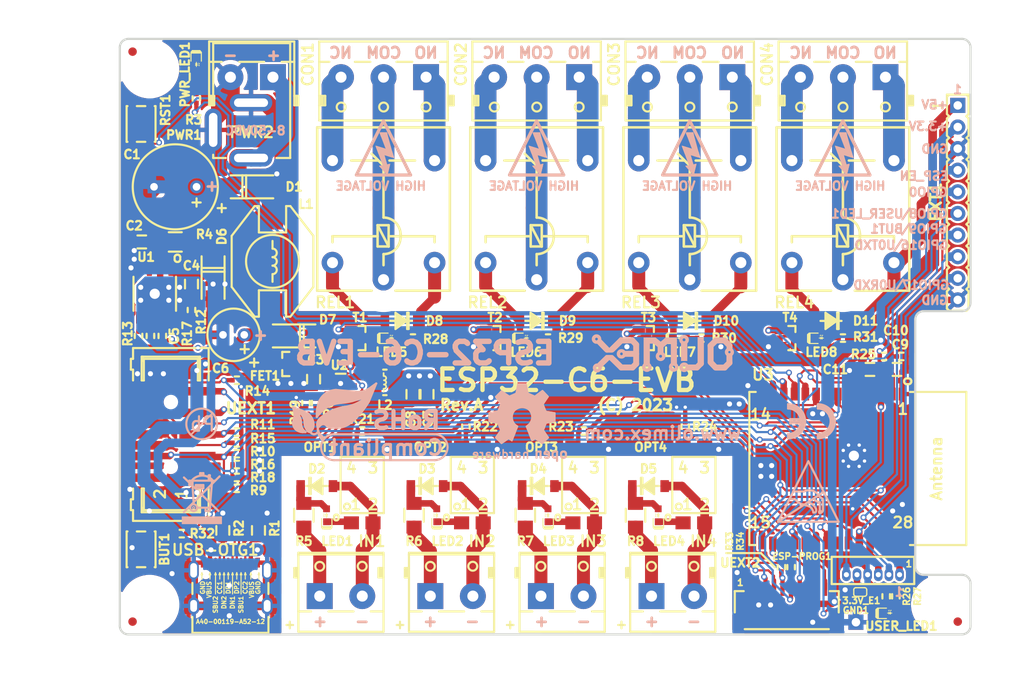
<source format=kicad_pcb>
(kicad_pcb (version 20221018) (generator pcbnew)
  (title_block (title "ESP32-C6-EVB") (date "2023-03-31") (rev "A") (company "OLIMEX LTD.") (comment 1 "https://www.olimex.com"))
  (layers (0 "F.Cu" mixed) (31 "B.Cu" mixed) (34 "B.Paste" user) (35 "F.Paste" user) (36 "B.SilkS" user "B.Silkscreen") (37 "F.SilkS" user "F.Silkscreen") (38 "B.Mask" user) (39 "F.Mask" user) (44 "Edge.Cuts" user))
  (net 0 "")
  (net 1 "+5V")
  (net 2 "GND")
  (net 3 "Net-(C5-Pad2)")
  (net 4 "Net-(CON1-Pad3)")
  (net 5 "Net-(CON1-Pad1)")
  (net 6 "Net-(CON1-Pad2)")
  (net 7 "Net-(CON2-Pad2)")
  (net 8 "Net-(CON2-Pad1)")
  (net 9 "Net-(CON2-Pad3)")
  (net 10 "Net-(D3-Pad2)")
  (net 11 "Net-(D5-Pad1)")
  (net 12 "/ESP_EN")
  (net 13 "Net-(L2-Pad1)")
  (net 14 "Net-(R19-Pad1)")
  (net 15 "Net-(LED3-Pad1)")
  (net 16 "Net-(D8-Pad2)")
  (net 17 "+3.3V")
  (net 18 "Net-(3.3V_E1-Pad1)")
  (net 19 "Net-(BUT1-Pad1)")
  (net 20 "/VIN")
  (net 21 "Net-(C4-Pad2)")
  (net 22 "Net-(C4-Pad1)")
  (net 23 "+5V_EXT")
  (net 24 "Net-(CON3-Pad3)")
  (net 25 "Net-(CON3-Pad1)")
  (net 26 "Net-(CON3-Pad2)")
  (net 27 "Net-(CON4-Pad3)")
  (net 28 "Net-(CON4-Pad1)")
  (net 29 "Net-(CON4-Pad2)")
  (net 30 "Net-(D2-Pad1)")
  (net 31 "Net-(D2-Pad2)")
  (net 32 "Net-(D3-Pad1)")
  (net 33 "Net-(D4-Pad2)")
  (net 34 "Net-(D4-Pad1)")
  (net 35 "Net-(D5-Pad2)")
  (net 36 "Net-(D9-Pad2)")
  (net 37 "Net-(D10-Pad2)")
  (net 38 "Net-(D11-Pad2)")
  (net 39 "/GPIO16\\U0TXD")
  (net 40 "/GPIO9\\BUT1")
  (net 41 "/GPIO17\\U0RXD")
  (net 42 "/GPIO8\\USER_LED1")
  (net 43 "/GPIO0")
  (net 44 "+5V_USB")
  (net 45 "Net-(FID1-PadFid1)")
  (net 46 "Net-(FID2-PadFid1)")
  (net 47 "Net-(FID3-PadFid1)")
  (net 48 "Net-(IN1-Pad1)")
  (net 49 "Net-(IN2-Pad1)")
  (net 50 "Net-(IN3-Pad1)")
  (net 51 "Net-(IN4-Pad1)")
  (net 52 "Net-(LED1-Pad1)")
  (net 53 "Net-(LED2-Pad1)")
  (net 54 "Net-(LED4-Pad1)")
  (net 55 "Net-(LED5-Pad2)")
  (net 56 "Net-(LED6-Pad2)")
  (net 57 "Net-(LED7-Pad2)")
  (net 58 "Net-(LED8-Pad2)")
  (net 59 "/GPIO1\\In1")
  (net 60 "/GPIO2\\In2")
  (net 61 "/GPIO3\\In3")
  (net 62 "/GPIO15\\In4")
  (net 63 "/CC2")
  (net 64 "/CC1")
  (net 65 "/ILIM")
  (net 66 "/GPIO5\\LP_UART_TXD")
  (net 67 "/GPIO7\\LP_I2C_SCL")
  (net 68 "Net-(R12-Pad1)")
  (net 69 "/GPIO21\\SPI2CS0(CS#)\\SDIO_CD")
  (net 70 "/GPIO6\\LP_I2C_SDA")
  (net 71 "/GPIO4\\LP_UART_RXD")
  (net 72 "Net-(R27-Pad2)")
  (net 73 "/GPIO10\\REL1")
  (net 74 "/GPIO11\\REL2")
  (net 75 "/GPIO22\\REL3")
  (net 76 "/GPIO23\\REL4")
  (net 77 "Net-(U1-Pad7)")
  (net 78 "Net-(U1-Pad6)")
  (net 79 "Net-(U3-Pad22)")
  (net 80 "/GPIO20\\SPI2Q(MISO)\\SDIO_DATA0")
  (net 81 "/GPIO19\\SPI2CLK(CLK)\\SDIO_CLK")
  (net 82 "/GPIO18\\SPI2D(MOSI)\\SDIO_CMD")
  (net 83 "/GPIO13\\USB_D+")
  (net 84 "/GPIO12\\USB_D-")
  (net 85 "Net-(USB-OTG1-PadA8)")
  (net 86 "Net-(USB-OTG1-PadB8)")
  (net 87 "Net-(PWR_LED1-Pad2)")
  (footprint "OLIMEX_Buttons-FP:YTS-A016-X" (layer "F.Cu") (at 92.5 115 -90)
    (fp_text reference "BUT1")
    (fp_text value "YTS-A016-X" hide)
  )
  (footprint "OLIMEX_RLC-FP:C_0603_5MIL_DWS" (layer "F.Cu") (at 98.425 83.82 -90)
    (fp_text reference "C4")
    (fp_text value "100nF/100V/10%/X7R/C0603")
  )
  (footprint "OLIMEX_RLC-FP:C_0603_5MIL_DWS" (layer "F.Cu") (at 178.181 93.853 180)
    (fp_text reference "C11")
    (fp_text value "1uF/10V/10%/X5R/C0603")
  )
  (footprint "OLIMEX_Connectors-FP:TB3-DG306-5.0_3P" (layer "F.Cu") (at 139 59.5 180)
    (fp_text reference "CON2")
    (fp_text value "DG306-5.0-3P")
  )
  (footprint "OLIMEX_Connectors-FP:TB3-DG306-5.0_3P" (layer "F.Cu") (at 157 59.5 180)
    (fp_text reference "CON3")
    (fp_text value "DG306-5.0-3P")
  )
  (footprint "OLIMEX_Connectors-FP:TB3-DG306-5.0_3P" (layer "F.Cu") (at 175 59.5 180)
    (fp_text reference "CON4")
    (fp_text value "DG306-5.0-3P")
  )
  (footprint "OLIMEX_Diodes-FP:SMA-KA" (layer "F.Cu") (at 105.537 72.39)
    (fp_text reference "D1")
    (fp_text value "SMAJ58A/SMA")
  )
  (footprint "OLIMEX_Diodes-FP:SOD-123_1C-2A_KA" (layer "F.Cu") (at 113.157 107.569)
    (fp_text reference "D2")
    (fp_text value "1N4148W(SOD-123)")
  )
  (footprint "OLIMEX_Diodes-FP:SOD-123_1C-2A_KA" (layer "F.Cu") (at 126.111 107.569)
    (fp_text reference "D3")
    (fp_text value "1N4148W(SOD-123)")
  )
  (footprint "OLIMEX_Diodes-FP:SOD-123_1C-2A_KA" (layer "F.Cu") (at 139.192 107.569)
    (fp_text reference "D4")
    (fp_text value "1N4148W(SOD-123)")
  )
  (footprint "OLIMEX_Diodes-FP:SMA-KA" (layer "F.Cu") (at 100.965 83.058 -90)
    (fp_text reference "D6")
    (fp_text value "SS310/SMA")
  )
  (footprint "OLIMEX_Diodes-FP:SMA-KA" (layer "F.Cu") (at 110.49 89.916 180)
    (fp_text reference "D7")
    (fp_text value "1N5822/SS34/SMA")
  )
  (footprint "OLIMEX_Other-FP:Fiducial1x3" (layer "F.Cu") (at 91.5 123.5)
    (fp_text reference "FID1" hide)
    (fp_text value "Fiducial" hide)
  )
  (footprint "OLIMEX_Other-FP:Fiducial1x3" (layer "F.Cu") (at 91.5 56.5)
    (fp_text reference "FID2" hide)
    (fp_text value "Fiducial" hide)
  )
  (footprint "OLIMEX_Connectors-FP:TB2-DG306-5.0_2P" (layer "F.Cu") (at 129 120.5)
    (fp_text reference "IN2")
    (fp_text value "DG306-5.0-2P")
  )
  (footprint "OLIMEX_Connectors-FP:TB2-DG306-5.0_2P" (layer "F.Cu") (at 142 120.5)
    (fp_text reference "IN3")
    (fp_text value "DG306-5.0-2P")
  )
  (footprint "OLIMEX_Connectors-FP:TB2-DG306-5.0_2P" (layer "F.Cu") (at 155 120.5)
    (fp_text reference "IN4")
    (fp_text value "DG306-5.0-2P")
  )
  (footprint "OLIMEX_LEDs-FP:LED_0603_KA" (layer "F.Cu") (at 114.3 110.998 90)
    (fp_text reference "LED1")
    (fp_text value "LED/RED/0603")
  )
  (footprint "OLIMEX_LEDs-FP:LED_0603_KA" (layer "F.Cu") (at 127.254 110.998 90)
    (fp_text reference "LED2")
    (fp_text value "LED/RED/0603")
  )
  (footprint "OLIMEX_LEDs-FP:LED_0603_KA" (layer "F.Cu") (at 140.335 110.998 90)
    (fp_text reference "LED3")
    (fp_text value "LED/RED/0603")
  )
  (footprint "OLIMEX_LEDs-FP:LED_0603_KA" (layer "F.Cu") (at 153.289 110.998 90)
    (fp_text reference "LED4")
    (fp_text value "LED/RED/0603")
  )
  (footprint "OLIMEX_LEDs-FP:LED_0603_KA" (layer "F.Cu") (at 137.795 90.17)
    (fp_text reference "LED6")
    (fp_text value "LED/GREEN/0603")
  )
  (footprint "OLIMEX_LEDs-FP:LED_0603_KA" (layer "F.Cu") (at 155.829 90.17)
    (fp_text reference "LED7")
    (fp_text value "LED/GREEN/0603")
  )
  (footprint "OLIMEX_LEDs-FP:LED_0603_KA" (layer "F.Cu") (at 172.466 90.17)
    (fp_text reference "LED8")
    (fp_text value "LED/GREEN/0603")
  )
  (footprint "OLIMEX_Devices-FP:H11A817C_SMD(PC817X3NIP06)_FP" (layer "F.Cu") (at 131.445 107.442)
    (fp_text reference "OPT2")
    (fp_text value "PC817CS_CYPC817(C-TP2)")
  )
  (footprint "OLIMEX_Devices-FP:H11A817C_SMD(PC817X3NIP06)_FP" (layer "F.Cu") (at 144.526 107.442)
    (fp_text reference "OPT3")
    (fp_text value "PC817CS_CYPC817(C-TP2)")
  )
  (footprint "OLIMEX_Connectors-FP:TB2-DG306-5.0_2P" (layer "F.Cu") (at 105.5 59.5 180)
    (fp_text reference "PWR2")
    (fp_text value "NA(DG306-5.0-2P)")
  )
  (footprint "OLIMEX_RLC-FP:R_0603_5MIL_DWS" (layer "F.Cu") (at 106.299 112.776 -90)
    (fp_text reference "R1")
    (fp_text value "5.1k/R0603")
  )
  (footprint "OLIMEX_RLC-FP:R_1206_5MIL_DWS" (layer "F.Cu") (at 96.52 78.867 180)
    (fp_text reference "R4")
    (fp_text value "0.03R/1%/R1206")
  )
  (footprint "OLIMEX_RLC-FP:R_1206_5MIL_DWS" (layer "F.Cu") (at 111.633 110.998 90)
    (fp_text reference "R5")
    (fp_text value "3.9k/R1206")
  )
  (footprint "OLIMEX_RLC-FP:R_1206_5MIL_DWS" (layer "F.Cu") (at 124.587 110.998 90)
    (fp_text reference "R6")
    (fp_text value "3.9k/R1206")
  )
  (footprint "OLIMEX_RLC-FP:R_1206_5MIL_DWS" (layer "F.Cu") (at 137.668 110.998 90)
    (fp_text reference "R7")
    (fp_text value "3.9k/R1206")
  )
  (footprint "OLIMEX_RLC-FP:R_1206_5MIL_DWS" (layer "F.Cu") (at 150.622 110.998 90)
    (fp_text reference "R8")
    (fp_text value "3.9k/R1206")
  )
  (footprint "OLIMEX_RLC-FP:R_0402_5MIL_DWS" (layer "F.Cu") (at 98.425 86.868 90)
    (fp_text reference "R12")
    (fp_text value "4.7R/R0402")
  )
  (footprint "OLIMEX_RLC-FP:R_0402_5MIL_DWS" (layer "F.Cu") (at 92.202 89.916 -90)
    (fp_text reference "R13")
    (fp_text value "5.23k/1%/R0402")
  )
  (footprint "OLIMEX_RLC-FP:R_0402_5MIL_DWS" (layer "F.Cu") (at 94.996 89.916 90)
    (fp_text reference "R17")
    (fp_text value "30.1k/1%/R0402")
  )
  (footprint "OLIMEX_RLC-FP:R_0402_5MIL_DWS" (layer "F.Cu") (at 111.887 97.79 -90)
    (fp_text reference "R19")
    (fp_text value "220k/R0402")
  )
  (footprint "OLIMEX_RLC-FP:R_0402_5MIL_DWS" (layer "F.Cu") (at 113.03 97.79 -90)
    (fp_text reference "R20")
    (fp_text value "49.9k/1%/R0402")
  )
  (footprint "OLIMEX_RLC-FP:R_0402_5MIL_DWS" (layer "F.Cu") (at 118.491 101.092)
    (fp_text reference "R21")
    (fp_text value "47k/R0402")
  )
  (footprint "OLIMEX_RLC-FP:R_0402_5MIL_DWS" (layer "F.Cu") (at 130.683 100.584 90)
    (fp_text reference "R22")
    (fp_text value "47k/R0402")
  )
  (footprint "OLIMEX_RLC-FP:R_0402_5MIL_DWS" (layer "F.Cu") (at 144.526 101.092)
    (fp_text reference "R23")
    (fp_text value "47k/R0402")
  )
  (footprint "OLIMEX_RLC-FP:R_0402_5MIL_DWS" (layer "F.Cu") (at 156.464 100.584 90)
    (fp_text reference "R24")
    (fp_text value "47k/R0402")
  )
  (footprint "OLIMEX_RLC-FP:R_0402_5MIL_DWS" (layer "F.Cu") (at 181.229 120.523 -90)
    (fp_text reference "R27")
    (fp_text value "2.2k/R0402")
  )
  (footprint "OLIMEX_RLC-FP:R_0402_5MIL_DWS" (layer "F.Cu") (at 140.335 90.17)
    (fp_text reference "R29")
    (fp_text value "2.2k/R0402")
  )
  (footprint "OLIMEX_RLC-FP:R_0402_5MIL_DWS" (layer "F.Cu") (at 175.006 90.17)
    (fp_text reference "R31")
    (fp_text value "2.2k/R0402")
  )
  (footprint "OLIMEX_Relays-FP:Relay_RAS-05-15" (layer "F.Cu") (at 139 75 -90)
    (fp_text reference "REL2")
    (fp_text value "RAS-0515")
  )
  (footprint "OLIMEX_Relays-FP:Relay_RAS-05-15" (layer "F.Cu") (at 175 75 -90)
    (fp_text reference "REL4")
    (fp_text value "RAS-0515")
  )
  (footprint "OLIMEX_Buttons-FP:YTS-A016-X" (layer "F.Cu") (at 92.5 65 90)
    (fp_text reference "RST1")
    (fp_text value "YTS-A016-X" hide)
  )
  (footprint "OLIMEX_Transistors-FP:SOT23" (layer "F.Cu") (at 134.112 90.17 180)
    (fp_text reference "T2")
    (fp_text value "LMUN2235LT1G(SOT-23)")
  )
  (footprint "OLIMEX_Transistors-FP:SOT23" (layer "F.Cu") (at 152.146 90.17 180)
    (fp_text reference "T3")
    (fp_text value "LMUN2235LT1G(SOT-23)")
  )
  (footprint "OLIMEX_Transistors-FP:SOT23" (layer "F.Cu") (at 168.783 90.17 180)
    (fp_text reference "T4")
    (fp_text value "LMUN2235LT1G(SOT-23)")
  )
  (footprint "OLIMEX_RLC-FP:CPOL-RM5mm_10.0x16.0mm_PTH" (layer "F.Cu") (at 96.52 72.39 180)
    (fp_text reference "C1")
    (fp_text value "100uF/63V/20%/10x13MM/Low_ESR/RM5")
  )
  (footprint "OLIMEX_RLC-FP:C_0603_5MIL_DWS" (layer "F.Cu") (at 92.583 78.867 180)
    (fp_text reference "C2")
    (fp_text value "100nF/100V/10%/X7R/C0603")
  )
  (footprint "OLIMEX_Regulators-FP:ESOIC-8" (layer "F.Cu") (at 94.107 84.963 180)
    (fp_text reference "U1")
    (fp_text value "TX4138(ESOIC-8)")
  )
  (footprint "OLIMEX_RLC-FP:CPOL-RM2.5mm_6.3x11mm_PTH" (layer "F.Cu") (at 103.378 89.789 180)
    (fp_text reference "C6")
    (fp_text value "470uF/10V/20%/Low_ESR/RM2.5/6.0x11mm")
  )
  (footprint "OLIMEX_Devices-FP:H11A817C_SMD(PC817X3NIP06)_FP" (layer "F.Cu") (at 157.48 107.442)
    (fp_text reference "OPT4")
    (fp_text value "PC817CS_CYPC817(C-TP2)")
  )
  (footprint "OLIMEX_RLC-FP:C_0603_5MIL_DWS" (layer "F.Cu") (at 124.46 96.774 -90)
    (fp_text reference "C8")
    (fp_text value "22uF/6.3V/20%/X5R/C0603")
  )
  (footprint "OLIMEX_Regulators-FP:SOT-23-5" (layer "F.Cu") (at 115.951 95.758)
    (fp_text reference "U2")
    (fp_text value "SY8089AAAC(SOT23-5)")
  )
  (footprint "OLIMEX_RLC-FP:C_0603_5MIL_DWS" (layer "F.Cu") (at 112.776 94.996 -90)
    (fp_text reference "C3")
    (fp_text value "22uF/6.3V/20%/X5R/C0603")
  )
  (footprint "OLIMEX_RLC-FP:R_0402_5MIL_DWS" (layer "F.Cu") (at 158.369 90.17)
    (fp_text reference "R30")
    (fp_text value "2.2k/R0402")
  )
  (footprint "OLIMEX_RLC-FP:R_0603_5MIL_DWS" (layer "F.Cu") (at 102.108 112.776 -90)
    (fp_text reference "R2")
    (fp_text value "5.1k/R0603")
  )
  (footprint "OLIMEX_RLC-FP:C_0603_5MIL_DWS" (layer "F.Cu") (at 181.356 93.853)
    (fp_text reference "C9")
    (fp_text value "22uF/6.3V/20%/X5R/C0603")
  )
  (footprint "OLIMEX_RLC-FP:C_0402_5MIL_DWS" (layer "F.Cu") (at 181.864 92.329 180)
    (fp_text reference "C10")
    (fp_text value "100nF/10V/10%/X7R/C0402")
  )
  (footprint "OLIMEX_Connectors-FP:HN1x10" (layer "F.Cu") (at 188.5 74.25 -90)
    (fp_text reference "EXT1")
    (fp_text value "NA(HN1x10)")
  )
  (footprint "OLIMEX_Other-FP:Mounting_Hole_Drill-3.3mm_Clerance-7mm" (layer "F.Cu") (at 93.5 58.5)
    (fp_text reference "MH2" hide)
    (fp_text value "Mounting_Hole_NPTH" hide)
  )
  (footprint "OLIMEX_Other-FP:Mounting_Hole_Drill-3.3mm_Clerance-7mm" (layer "F.Cu") (at 186.5 58.5)
    (fp_text reference "MH3" hide)
    (fp_text value "Mounting_Hole_NPTH" hide)
  )
  (footprint "OLIMEX_Other-FP:Mounting_Hole_Drill-3.3mm_Clerance-7mm" (layer "F.Cu") (at 186.5 121.5)
    (fp_text reference "MH4" hide)
    (fp_text value "Mounting_Hole_NPTH" hide)
  )
  (footprint "OLIMEX_Other-FP:Fiducial1x3" (layer "F.Cu") (at 188.5 123.5)
    (fp_text reference "FID3" hide)
    (fp_text value "Fiducial" hide)
  )
  (footprint "OLIMEX_Other-FP:Mounting_Hole_Drill-3.3mm_Clerance-7mm" (layer "F.Cu") (at 93.5 121.5)
    (fp_text reference "MH1" hide)
    (fp_text value "Mounting_Hole_NPTH" hide)
  )
  (footprint "OLIMEX_Connectors-FP:USB2.0_TYPE-C(A40-00119-A52-12)" (layer "F.Cu") (at 103 120.5 -90)
    (fp_text reference "USB-OTG1")
    (fp_text value "USB-C-16P-F(A40-00119-A52-12)")
  )
  (footprint "OLIMEX_Jumpers-FP:SJ_1_SMALLER" (layer "F.Cu") (at 177.038 120.015)
    (fp_text reference "3.3V_E1")
    (fp_text value "Opened" hide)
  )
  (footprint "OLIMEX_RLC-FP:R_0402_5MIL_DWS" (layer "F.Cu") (at 180.086 120.523 -90)
    (fp_text reference "R26")
    (fp_text value "10k/R0402")
  )
  (footprint "OLIMEX_RLC-FP:R_0402_5MIL_DWS" (layer "F.Cu") (at 124.46 90.17)
    (fp_text reference "R28")
    (fp_text value "2.2k/R0402")
  )
  (footprint "OLIMEX_LEDs-FP:LED_0603_KA" (layer "F.Cu") (at 121.92 90.17)
    (fp_text reference "LED5")
    (fp_text value "LED/GREEN/0603")
  )
  (footprint "OLIMEX_Diodes-FP:SOD-123_1C-2A_KA" (layer "F.Cu") (at 173.609 88.138 180)
    (fp_text reference "D11")
    (fp_text value "1N4148W(SOD-123)")
  )
  (footprint "OLIMEX_Diodes-FP:SOD-123_1C-2A_KA" (layer "F.Cu") (at 156.972 88.138 180)
    (fp_text reference "D10")
    (fp_text value "1N4148W(SOD-123)")
  )
  (footprint "OLIMEX_Diodes-FP:SOD-123_1C-2A_KA" (layer "F.Cu") (at 138.938 88.138 180)
    (fp_text reference "D9")
    (fp_text value "1N4148W(SOD-123)")
  )
  (footprint "OLIMEX_Diodes-FP:SOD-123_1C-2A_KA" (layer "F.Cu") (at 123.063 88.138 180)
    (fp_text reference "D8")
    (fp_text value "1N4148W(SOD-123)")
  )
  (footprint "OLIMEX_Devices-FP:H11A817C_SMD(PC817X3NIP06)_FP" (layer "F.Cu") (at 118.491 107.442)
    (fp_text reference "OPT1")
    (fp_text value "PC817CS_CYPC817(C-TP2)")
  )
  (footprint "OLIMEX_Diodes-FP:SOD-123_1C-2A_KA" (layer "F.Cu") (at 152.146 107.569)
    (fp_text reference "D5")
    (fp_text value "1N4148W(SOD-123)")
  )
  (footprint "OLIMEX_Transistors-FP:SOT23" (layer "F.Cu") (at 109.728 93.218)
    (fp_text reference "FET1")
    (fp_text value "WPM2015-3/TR")
  )
  (footprint "OLIMEX_RLC-FP:C_0603_5MIL_DWS" (layer "F.Cu") (at 126.111 96.774 -90)
    (fp_text reference "C7")
    (fp_text value "22uF/6.3V/20%/X5R/C0603")
  )
  (footprint "OLIMEX_RLC-FP:CD32" (layer "F.Cu") (at 121.158 95.377)
    (fp_text reference "L2")
    (fp_text value "2.2uH/1.5A/DCR=72mR/20%/3.00x3.00x1.50mm/CD32(NR3015T2R2M)")
  )
  (footprint "OLIMEX_RLC-FP:R_0402_5MIL_DWS" (layer "F.Cu") (at 179.832 92.329 180)
    (fp_text reference "R25")
    (fp_text value "10k/R0402")
  )
  (footprint "OLIMEX_Connectors-FP:GBH-254-SMT-10" (layer "F.Cu") (at 96 101.5 90)
    (fp_text reference "UEXT1")
    (fp_text value "P-B-V-10-LF")
  )
  (footprint "OLIMEX_RLC-FP:R_0402_5MIL_DWS" (layer "F.Cu") (at 168.91 117.094 -90)
    (fp_text reference "R34")
    (fp_text value "NA(2.2k/R0402)")
  )
  (footprint "OLIMEX_LEDs-FP:LED_0603_KA" (layer "F.Cu") (at 180.5 122.5)
    (fp_text reference "USER_LED1")
    (fp_text value "LED/GREEN/0603")
  )
  (footprint "OLIMEX_Other-FP:TEST_PAD40x70_SQUARE" (layer "F.Cu") (at 176.53 123.571)
    (fp_text reference "GND1")
    (fp_text value "TESTPAD" hide)
  )
  (footprint "OLIMEX_Cases-FP:ESP32-C6-WROOM-1-xx-UNIVERSAL_MODULE" (layer "F.Cu") (at 176.75 105.5 -90)
    (fp_text reference "U3")
    (fp_text value "ESP32-C6-WROOM-1-N4")
  )
  (footprint "OLIMEX_RLC-FP:R_0402_5MIL_DWS" (layer "F.Cu") (at 97.282 113.157 180)
    (fp_text reference "R32")
    (fp_text value "100R/R0402")
  )
  (footprint "OLIMEX_RLC-FP:R_0402_5MIL_DWS" (layer "F.Cu") (at 103.759 106.553 180)
    (fp_text reference "R18")
    (fp_text value "NA/R0402")
  )
  (footprint "OLIMEX_RLC-FP:R_0402_5MIL_DWS" (layer "F.Cu") (at 103.759 105.029 180)
    (fp_text reference "R16")
    (fp_text value "10k/R0402")
  )
  (footprint "OLIMEX_RLC-FP:R_0402_5MIL_DWS" (layer "F.Cu") (at 103.759 102.489 180)
    (fp_text reference "R15")
    (fp_text value "2.2k/R0402")
  )
  (footprint "OLIMEX_RLC-FP:R_0402_5MIL_DWS" (layer "F.Cu") (at 103.759 101.219 180)
    (fp_text reference "R11")
    (fp_text value "2.2k/R0402")
  )
  (footprint "OLIMEX_RLC-FP:R_0402_5MIL_DWS" (layer "F.Cu") (at 103.759 103.759 180)
    (fp_text reference "R10")
    (fp_text value "NA/R0402")
  )
  (footprint "OLIMEX_RLC-FP:R_0402_5MIL_DWS" (layer "F.Cu") (at 103.759 107.823 180)
    (fp_text reference "R9")
    (fp_text value "NA/R0402")
  )
  (footprint "OLIMEX_RLC-FP:R_0402_5MIL_DWS" (layer "F.Cu") (at 103.759 95.123 180)
    (fp_text reference "R14")
    (fp_text value "10k/R0402")
  )
  (footprint "OLIMEX_RLC-FP:R_0402_5MIL_DWS" (layer "F.Cu") (at 99 62 -90)
    (fp_text reference "R3")
    (fp_text value "2.2k/R0402")
  )
  (footprint "OLIMEX_LEDs-FP:LED_0603_KA" (layer "F.Cu") (at 99 58 -90)
    (fp_text reference "PWR_LED1")
    (fp_text value "LED/RED/0603")
  )
  (footprint "OLIMEX_Connectors-FP:PWRJ-2mm(YDJ-1136)" (layer "F.Cu") (at 100.675 69 -90)
    (fp_text reference "PWR1")
    (fp_text value "PWRJ-2mm(YDJ-1134)")
  )
  (footprint "OLIMEX_RLC-FP:C_0402_5MIL_DWS" (layer "F.Cu") (at 93.599 89.916 90)
    (fp_text reference "C5")
    (fp_text value "12pF/50V/5%/COG/C0402")
  )
  (footprint "OLIMEX_RLC-FP:DBS135" (layer "F.Cu") (at 107.95 81.153 -90)
    (fp_text reference "L1")
    (fp_text value "33uH/2.1A/DCR=0.1R/20%/DBS135(PD3316MT330)")
  )
  (footprint "OLIMEX_Transistors-FP:SOT23" (layer "F.Cu") (at 118.237 90.17 180)
    (fp_text reference "T1")
    (fp_text value "LMUN2235LT1G(SOT-23)")
  )
  (footprint "OLIMEX_Connectors-FP:TB2-DG306-5.0_2P" (layer "F.Cu") (at 116 120.5)
    (fp_text reference "IN1")
    (fp_text value "DG306-5.0-2P")
  )
  (footprint "OLIMEX_Relays-FP:Relay_RAS-05-15" (layer "F.Cu") (at 121 75 -90)
    (fp_text reference "REL1")
    (fp_text value "RAS-0515")
  )
  (footprint "OLIMEX_Connectors-FP:TB3-DG306-5.0_3P" (layer "F.Cu") (at 121 59.5 180)
    (fp_text reference "CON1")
    (fp_text value "DG306-5.0-3P")
  )
  (footprint "OLIMEX_Connectors-FP:WU06S" (layer "F.Cu") (at 178.532 117.983 180)
    (fp_text reference "ESP-PROG1")
    (fp_text value "NA(WU06S)")
  )
  (footprint "OLIMEX_Connectors-FP:SM10B-SRSS-TB" (layer "F.Cu") (at 168.4 121.8)
    (fp_text reference "UEXT2")
    (fp_text value "SM10B-SRSS-TB")
  )
  (footprint "OLIMEX_RLC-FP:R_0402_5MIL_DWS" (layer "F.Cu") (at 167.767 117.094 -90)
    (fp_text reference "R33")
    (fp_text value "NA(2.2k/R0402)")
  )
  (footprint "OLIMEX_Relays-FP:Relay_RAS-05-15" (layer "F.Cu") (at 157 75 -90)
    (fp_text reference "REL3")
    (fp_text value "RAS-0515")
  )
  (footprint "OLIMEX_Signs-FP:CE_Sign" (layer "B.Cu") (at 170.307 99.949 180)
    (fp_text reference "Sign_CE" hide)
    (fp_text value "CE_Sign" hide)
  )
  (footprint "OLIMEX_Signs-FP:Logo_OLIMEX_TB" (layer "B.Cu") (at 153.67 91.948 180)
    (fp_text reference "Logo_OLIMEX_TB" hide)
    (fp_text value "Logo_OLIMEX_TB" hide)
  )
  (footprint "OLIMEX_Signs-FP:Sign_Antistatic" (layer "B.Cu") (at 174.498 111.76 180)
    (fp_text reference "Sign_Antistatic" hide)
    (fp_text value "Sign_Antistatic" hide)
  )
  (footprint "OLIMEX_Signs-FP:Sign_High_Voltage" (layer "B.Cu") (at 121 71 180)
    (fp_text reference "Sign_High_Voltage" hide)
    (fp_text value "Sign_High_Voltage" hide)
  )
  (footprint "OLIMEX_Signs-FP:Sign_High_Voltage" (layer "B.Cu") (at 139 71 180)
    (fp_text reference "Sign_High_Voltage" hide)
    (fp_text value "Sign_High_Voltage" hide)
  )
  (footprint "OLIMEX_Signs-FP:Sign_High_Voltage" (layer "B.Cu") (at 157 71 180)
    (fp_text reference "Sign_High_Voltage" hide)
    (fp_text value "Sign_High_Voltage" hide)
  )
  (footprint "OLIMEX_Signs-FP:Sign_High_Voltage" (layer "B.Cu") (at 175 71 180)
    (fp_text reference "Sign_High_Voltage" hide)
    (fp_text value "Sign_High_Voltage" hide)
  )
  (footprint "OLIMEX_Signs-FP:Sign_OSHW_8x8" (layer "B.Cu") (at 137.287 99.568 180)
    (fp_text reference "Sign_OSHW_8x8" hide)
    (fp_text value "Sign_OSHW_8x8" hide)
  )
  (footprint "OLIMEX_Signs-FP:Sign_PB-Free" (layer "B.Cu") (at 99.822 99.949)
    (fp_text reference "Sign_PB-Free")
    (fp_text value "Sign_PB-Free")
  )
  (footprint "OLIMEX_Signs-FP:Sign_RecycleBin_1" (layer "B.Cu") (at 101.981 112.014 180)
    (fp_text reference "Sign_RecycleBin_1" hide)
    (fp_text value "Sign_RecycleBin_1" hide)
  )
  (footprint "OLIMEX_Signs-FP:Sign_RoHS_1" (layer "B.Cu") (at 127.508 103.886 180)
    (fp_text reference "Sign_RoHS_1" hide)
    (fp_text value "Sign_RoHS_1" hide)
  )
  (gr_line (start 161.29 115.443) (end 165.354 115.443) (stroke (width 0.254)) (layer "F.SilkS"))
  (gr_line (start 165.354 115.443) (end 167.005 117.094) (stroke (width 0.254)) (layer "F.SilkS"))
  (gr_line (start 90 56) (end 90 124) (stroke (width 0.254)) (layer "Edge.Cuts"))
  (gr_line (start 190 119) (end 190 124) (stroke (width 0.254)) (layer "Edge.Cuts"))
  (gr_arc (start 190 86) (mid 189.707107 86.707107) (end 189 87) (stroke (width 0.254)) (layer "Edge.Cuts"))
  (gr_arc (start 183.5 88) (mid 183.792893 87.292893) (end 184.5 87) (stroke (width 0.254)) (layer "Edge.Cuts"))
  (gr_arc (start 184.5 118) (mid 183.792893 117.707107) (end 183.5 117) (stroke (width 0.254)) (layer "Edge.Cuts"))
  (gr_arc (start 190 124) (mid 189.707107 124.707107) (end 189 125) (stroke (width 0.254)) (layer "Edge.Cuts"))
  (gr_arc (start 189 55) (mid 189.707107 55.292893) (end 190 56) (stroke (width 0.254)) (layer "Edge.Cuts"))
  (gr_arc (start 91 125) (mid 90.292893 124.707107) (end 90 124) (stroke (width 0.254)) (layer "Edge.Cuts"))
  (gr_arc (start 90 56) (mid 90.292893 55.292893) (end 91 55) (stroke (width 0.254)) (layer "Edge.Cuts"))
  (gr_line (start 184.5 87) (end 189 87) (stroke (width 0.254)) (layer "Edge.Cuts"))
  (gr_line (start 183.5 117) (end 183.5 88) (stroke (width 0.254)) (layer "Edge.Cuts"))
  (gr_line (start 189 118) (end 184.5 118) (stroke (width 0.254)) (layer "Edge.Cuts"))
  (gr_arc (start 189 118) (mid 189.707107 118.292893) (end 190 119) (stroke (width 0.254)) (layer "Edge.Cuts"))
  (gr_line (start 189 55) (end 91 55) (stroke (width 0.254)) (layer "Edge.Cuts"))
  (gr_line (start 91 125) (end 189 125) (stroke (width 0.254)) (layer "Edge.Cuts"))
  (gr_line (start 190 86) (end 190 56) (stroke (width 0.254)) (layer "Edge.Cuts"))
  (gr_text "www.olimex.com" (at 153.797 101.346) (layer "B.SilkS") (effects (font (size 1.524 1.524) (thickness 0.3175)) (justify mirror)))
  (gr_text "ESP32-C6-EVB" (at 125.857 91.948) (layer "B.SilkS") (effects (font (size 2.54 2.54) (thickness 0.635)) (justify mirror)))
  (gr_text "8-50VDC" (at 105.918 65.786) (layer "B.SilkS") (effects (font (size 1.016 1.016) (thickness 0.254)) (justify mirror)))
  (gr_text "+" (at 113.538 123.444) (layer "B.SilkS") (effects (font (size 1.27 1.27) (thickness 0.3175)) (justify mirror)))
  (gr_text "-" (at 118.491 123.444) (layer "B.SilkS") (effects (font (size 1.27 1.27) (thickness 0.3175)) (justify mirror)))
  (gr_text "+" (at 126.492 123.444) (layer "B.SilkS") (effects (font (size 1.27 1.27) (thickness 0.3175)) (justify mirror)))
  (gr_text "-" (at 131.445 123.444) (layer "B.SilkS") (effects (font (size 1.27 1.27) (thickness 0.3175)) (justify mirror)))
  (gr_text "-" (at 144.526 123.444) (layer "B.SilkS") (effects (font (size 1.27 1.27) (thickness 0.3175)) (justify mirror)))
  (gr_text "+" (at 139.573 123.444) (layer "B.SilkS") (effects (font (size 1.27 1.27) (thickness 0.3175)) (justify mirror)))
  (gr_text "+" (at 152.527 123.444) (layer "B.SilkS") (effects (font (size 1.27 1.27) (thickness 0.3175)) (justify mirror)))
  (gr_text "-" (at 157.48 123.444) (layer "B.SilkS") (effects (font (size 1.27 1.27) (thickness 0.3175)) (justify mirror)))
  (gr_text "1" (at 181.61 120.015) (layer "B.SilkS") (effects (font (size 1.016 1.016) (thickness 0.254)) (justify mirror)))
  (gr_text "1" (at 188.468 60.96) (layer "B.SilkS") (effects (font (size 1.016 1.016) (thickness 0.254)) (justify mirror)))
  (gr_text "+" (at 100.838 72.263) (layer "B.SilkS") (effects (font (size 1.27 1.27) (thickness 0.3175)) (justify mirror)))
  (gr_text "+" (at 106.553 89.789) (layer "B.SilkS") (effects (font (size 1.27 1.27) (thickness 0.3175)) (justify mirror)))
  (gr_text "GND" (at 185.801 67.945) (layer "B.SilkS") (effects (font (size 1.016 1.016) (thickness 0.254)) (justify mirror)))
  (gr_text "+5V" (at 185.801 62.738) (layer "B.SilkS") (effects (font (size 1.016 1.016) (thickness 0.254)) (justify mirror)))
  (gr_text "+3.3V" (at 185.039 65.278) (layer "B.SilkS") (effects (font (size 1.016 1.016) (thickness 0.254)) (justify mirror)))
  (gr_text "GPIO0" (at 185.039 73.025) (layer "B.SilkS") (effects (font (size 1.016 1.016) (thickness 0.254)) (justify mirror)))
  (gr_text "ESP_EN" (at 184.531 71.12) (layer "B.SilkS") (effects (font (size 1.016 1.016) (thickness 0.254)) (justify mirror)))
  (gr_text "GPIO8\\USER_LED1" (at 180.467 75.565) (layer "B.SilkS") (effects (font (size 1.016 1.016) (thickness 0.254)) (justify mirror)))
  (gr_text "GPIO9\\BUT1" (at 182.753 77.343) (layer "B.SilkS") (effects (font (size 1.016 1.016) (thickness 0.254)) (justify mirror)))
  (gr_text "GPIO17\\U0RXD" (at 181.864 83.947) (layer "B.SilkS") (effects (font (size 1.016 1.016) (thickness 0.254)) (justify mirror)))
  (gr_text "GND" (at 185.801 85.725) (layer "B.SilkS") (effects (font (size 1.016 1.016) (thickness 0.254)) (justify mirror)))
  (gr_text "GPIO16\\U0TXD" (at 181.864 79.248) (layer "B.SilkS") (effects (font (size 1.016 1.016) (thickness 0.254)) (justify mirror)))
  (gr_text "+" (at 108.077 56.896) (layer "B.SilkS") (effects (font (size 1.27 1.27) (thickness 0.3175)) (justify mirror)))
  (gr_text "-" (at 102.997 56.896) (layer "B.SilkS") (effects (font (size 1.27 1.27) (thickness 0.3175)) (justify mirror)))
  (gr_text "Rev.A" (at 130.175 98.044) (layer "F.SilkS") (effects (font (size 1.27 1.27) (thickness 0.3175))))
  (gr_text "(C) 2023" (at 150.622 98.044) (layer "F.SilkS") (effects (font (size 1.27 1.27) (thickness 0.3175))))
  (gr_text "+" (at 122.936 123.825) (layer "F.SilkS") (effects (font (size 1.016 1.016) (thickness 0.254))))
  (gr_text "+" (at 135.89 123.825) (layer "F.SilkS") (effects (font (size 1.016 1.016) (thickness 0.254))))
  (gr_text "+" (at 148.971 123.825) (layer "F.SilkS") (effects (font (size 1.016 1.016) (thickness 0.254))))
  (gr_text "1" (at 182.753 116.713) (layer "F.SilkS") (effects (font (size 0.762 0.762) (thickness 0.1905))))
  (gr_text "+" (at 109.982 123.825) (layer "F.SilkS") (effects (font (size 1.016 1.016) (thickness 0.254))))
  (gr_text "ESP32-C6-EVB" (at 142.494 95.123) (layer "F.SilkS") (effects (font (size 2.54 2.54) (thickness 0.508))))
  (gr_text "1" (at 186.182 62.865 90) (layer "F.SilkS") (effects (font (size 1.016 1.016) (thickness 0.254))))
  (segment (start 175.509 88.138) (end 176.784 88.138) (width 1.016) (layer "F.Cu") (net 1))
  (segment (start 175.514 90.17) (end 176.022 90.17) (width 0.508) (layer "F.Cu") (net 1))
  (segment (start 176.276 88.9) (end 177.038 88.138) (width 1.016) (layer "F.Cu") (net 1))
  (segment (start 117.094 92.71) (end 125.095 92.71) (width 1.524) (layer "F.Cu") (net 1))
  (segment (start 112.482 89.535) (end 112.863 89.916) (width 0.762) (layer "F.Cu") (net 1))
  (segment (start 163 84.142) (end 159.258 87.884) (width 1.016) (layer "F.Cu") (net 1))
  (segment (start 181 81.3) (end 181.520708 81.3) (width 1.524) (layer "F.Cu") (net 1))
  (segment (start 113.411 94.742) (end 114.046 94.742) (width 0.762) (layer "F.Cu") (net 1))
  (segment (start 112.776 94.107) (end 113.411 94.742) (width 0.762) (layer "F.Cu") (net 1))
  (segment (start 163 81.3) (end 163 84.142) (width 1.524) (layer "F.Cu") (net 1))
  (segment (start 141.351 92.329) (end 140.97 92.71) (width 1.016) (layer "F.Cu") (net 1))
  (segment (start 145 81.3) (end 145 84.108) (width 1.524) (layer "F.Cu") (net 1))
  (segment (start 114.112 94.808) (end 114.046 94.742) (width 0.508) (layer "F.Cu") (net 1))
  (segment (start 124.963 87.889) (end 125.349 87.503) (width 0.508) (layer "F.Cu") (net 1))
  (segment (start 158.877 90.17) (end 159.258 90.17) (width 0.508) (layer "F.Cu") (net 1))
  (segment (start 141.351 90.17) (end 141.351 92.329) (width 1.016) (layer "F.Cu") (net 1))
  (segment (start 140.97 88.138) (end 141.351 87.757) (width 0.508) (layer "F.Cu") (net 1))
  (segment (start 118.491 95.758) (end 118.491 96.272988) (width 0.254) (layer "F.Cu") (net 1))
  (segment (start 184.178116 74.404263) (end 185.547 73.035379) (width 1.016) (layer "F.Cu") (net 1))
  (segment (start 182.400854 80.419854) (end 184.178116 78.642592) (width 1.016) (layer "F.Cu") (net 1))
  (segment (start 181 84.176) (end 181 83.922) (width 1.016) (layer "F.Cu") (net 1))
  (segment (start 114.935 92.71) (end 112.776 92.71) (width 1.524) (layer "F.Cu") (net 1))
  (segment (start 181 83.922) (end 181 81.3) (width 1.524) (layer "F.Cu") (net 1))
  (segment (start 112.776 90.13) (end 112.776 92.71) (width 1.524) (layer "F.Cu") (net 1))
  (segment (start 140.838 88.138) (end 140.97 88.138) (width 0.508) (layer "F.Cu") (net 1))
  (segment (start 124.968 90.17) (end 125.349 90.17) (width 0.508) (layer "F.Cu") (net 1))
  (segment (start 111.506 89.535) (end 112.482 89.535) (width 0.762) (layer "F.Cu") (net 1))
  (segment (start 118.491 96.272988) (end 118.055988 96.708) (width 0.254) (layer "F.Cu") (net 1))
  (segment (start 174.266641 92.71) (end 176.022 90.954641) (width 1.524) (layer "F.Cu") (net 1))
  (segment (start 125.349 87.503) (end 125.349 92.456) (width 1.016) (layer "F.Cu") (net 1))
  (segment (start 112.3315 92.2655) (end 112.776 92.71) (width 1.016) (layer "F.Cu") (net 1))
  (segment (start 117.251 96.708) (end 118.055988 96.708) (width 0.508) (layer "F.Cu") (net 1))
  (segment (start 181.520708 81.3) (end 182.400854 80.419854) (width 1.524) (layer "F.Cu") (net 1))
  (segment (start 176.022 88.9) (end 176.276 88.9) (width 1.016) (layer "F.Cu") (net 1))
  (segment (start 127 85.362062) (end 125.349 87.013062) (width 1.016) (layer "F.Cu") (net 1))
  (segment (start 185.547 73.035379) (end 185.547 65.380752) (width 1.016) (layer "F.Cu") (net 1))
  (segment (start 140.97 92.71) (end 158.877 92.71) (width 1.524) (layer "F.Cu") (net 1))
  (segment (start 112.776 94.107) (end 112.776 92.71) (width 1.016) (layer "F.Cu") (net 1))
  (segment (start 125.349 92.456) (end 125.095 92.71) (width 1.016) (layer "F.Cu") (net 1))
  (segment (start 176.022 90.17) (end 176.022 88.9) (width 1.524) (layer "F.Cu") (net 1))
  (segment (start 145 84.108) (end 141.351 87.757) (width 1.016) (layer "F.Cu") (net 1))
  (segment (start 159.258 92.329) (end 158.877 92.71) (width 1.016) (layer "F.Cu") (net 1))
  (segment (start 185.547 65.380752) (end 188.107752 62.82) (width 1.016) (layer "F.Cu") (net 1))
  (segment (start 159.004 88.138) (end 159.258 87.884) (width 0.508) (layer "F.Cu") (net 1))
  (segment (start 176.022 90.954641) (end 176.022 90.17) (width 1.524) (layer "F.Cu") (net 1))
  (segment (start 158.872 88.138) (end 159.004 88.138) (width 0.508) (layer "F.Cu") (net 1))
  (segment (start 125.095 92.71) (end 140.97 92.71) (width 1.524) (layer "F.Cu") (net 1))
  (segment (start 140.843 90.17) (end 141.351 90.17) (width 0.508) (layer "F.Cu") (net 1))
  (segment (start 159.258 87.884) (end 159.258 90.17) (width 1.016) (layer "F.Cu") (net 1))
  (segment (start 114.935 92.71) (end 117.094 92.71) (width 1.524) (layer "F.Cu") (net 1))
  (segment (start 110.83544 92.2655) (end 112.3315 92.2655) (width 1.016) (layer "F.Cu") (net 1))
  (segment (start 112.99 89.916) (end 112.776 90.13) (width 1.524) (layer "F.Cu") (net 1))
  (segment (start 159.258 90.17) (end 159.258 92.329) (width 1.016) (layer "F.Cu") (net 1))
  (segment (start 176.784 88.138) (end 177.038 88.138) (width 1.016) (layer "F.Cu") (net 1))
  (segment (start 184.178116 78.642592) (end 184.178116 74.404263) (width 1.016) (layer "F.Cu") (net 1))
  (segment (start 124.963 88.138) (end 124.963 87.889) (width 0.508) (layer "F.Cu") (net 1))
  (segment (start 141.351 87.757) (end 141.351 90.17) (width 1.016) (layer "F.Cu") (net 1))
  (segment (start 99 62.508) (end 99 63.433) (width 0.508) (layer "F.Cu") (net 1))
  (segment (start 177.038 88.138) (end 181 84.176) (width 1.016) (layer "F.Cu") (net 1))
  (segment (start 117.094 92.71) (end 117.094 93.472) (width 1.016) (layer "F.Cu") (net 1))
  (segment (start 114.651 94.808) (end 114.112 94.808) (width 0.508) (layer "F.Cu") (net 1))
  (segment (start 158.877 92.71) (end 174.266641 92.71) (width 1.524) (layer "F.Cu") (net 1))
  (segment (start 188.107752 62.82) (end 188.5 62.82) (width 1.016) (layer "F.Cu") (net 1))
  (segment (start 127 81.3) (end 127 85.362062) (width 1.524) (layer "F.Cu") (net 1))
  (segment (start 125.349 87.013062) (end 125.349 87.503) (width 1.016) (layer "F.Cu") (net 1))
  (segment (start 99 63.433) (end 98.806 63.627) (width 0.508) (layer "F.Cu") (net 1))
  (via (at 111.506 89.535) (size 0.7) (drill 0.4) (layers "F.Cu" "B.Cu") (net 1))
  (via (at 118.491 95.758) (size 0.7) (drill 0.4) (layers "F.Cu" "B.Cu") (net 1))
  (via (at 117.094 93.472) (size 0.7) (drill 0.4) (layers "F.Cu" "B.Cu") (net 1))
  (via (at 98.806 63.627) (size 0.7) (drill 0.4) (layers "F.Cu" "B.Cu") (net 1))
  (segment (start 117.094 93.472) (end 117.094 94.361) (width 0.254) (layer "B.Cu") (net 1))
  (segment (start 111.379 89.535) (end 109.22 87.376) (width 0.254) (layer "B.Cu") (net 1))
  (segment (start 102.743 67.45224) (end 102.743 64.00292) (width 0.254) (layer "B.Cu") (net 1))
  (segment (start 102.743 64.00292) (end 101.22408 62.484) (width 0.254) (layer "B.Cu") (net 1))
  (segment (start 109.22 87.376) (end 109.22 78.232) (width 0.254) (layer "B.Cu") (net 1))
  (segment (start 99.949 62.484) (end 98.806 63.627) (width 0.254) (layer "B.Cu") (net 1))
  (segment (start 117.094 94.361) (end 118.491 95.758) (width 0.254) (layer "B.Cu") (net 1))
  (segment (start 101.6 68.59524) (end 102.743 67.45224) (width 0.254) (layer "B.Cu") (net 1))
  (segment (start 111.506 89.535) (end 111.379 89.535) (width 0.254) (layer "B.Cu") (net 1))
  (segment (start 109.22 78.232) (end 101.6 70.612) (width 0.254) (layer "B.Cu") (net 1))
  (segment (start 101.22408 62.484) (end 99.949 62.484) (width 0.254) (layer "B.Cu") (net 1))
  (segment (start 101.6 70.612) (end 101.6 68.59524) (width 0.254) (layer "B.Cu") (net 1))
  (segment (start 106.426 103.251) (end 106.426 101.346) (width 1.524) (layer "F.Cu") (net 2))
  (segment (start 100.777 57.277) (end 103 59.5) (width 0.508) (layer "F.Cu") (net 2))
  (segment (start 100.975 64.459014) (end 102.950014 62.484) (width 2.032) (layer "F.Cu") (net 2))
  (segment (start 182.372 87.249) (end 183.941 85.68) (width 0.762) (layer "F.Cu") (net 2))
  (segment (start 108.585 95.504) (end 110.109 95.504) (width 1.016) (layer "F.Cu") (net 2))
  (segment (start 91.694 79.883) (end 91.694 78.867) (width 1.016) (layer "F.Cu") (net 2))
  (segment (start 91.186 106.934) (end 91.54 106.58) (width 0.762) (layer "F.Cu") (net 2))
  (segment (start 131.6355 91.1225) (end 133.00456 91.1225) (width 0.762) (layer "F.Cu") (net 2))
  (segment (start 92.202 74.208) (end 92.202 76.708) (width 2.032) (layer "F.Cu") (net 2))
  (segment (start 98.0724 118.0094) (end 98.68 118.617) (width 0.254) (layer "F.Cu") (net 2))
  (segment (start 106.325 116.568) (end 106.662 116.568) (width 0.508) (layer "F.Cu") (net 2))
  (segment (start 131.572 91.186) (end 131.6355 91.1225) (width 0.762) (layer "F.Cu") (net 2))
  (segment (start 146.05 103.251) (end 147.447 103.251) (width 1.016) (layer "F.Cu") (net 2))
  (segment (start 91.694 79.883) (end 91.694 80.899) (width 1.016) (layer "F.Cu") (net 2))
  (segment (start 177.907 118.624182) (end 178.46333 119.180512) (width 0.508) (layer "F.Cu") (net 2))
  (segment (start 99 57.238) (end 99.039 57.277) (width 0.508) (layer "F.Cu") (net 2))
  (segment (start 102.128 88.285) (end 100.965 87.122) (width 1.524) (layer "F.Cu") (net 2))
  (segment (start 105.425 62.5) (end 107.204 62.5) (width 2.032) (layer "F.Cu") (net 2))
  (segment (start 166.624 106.426) (end 166.624 105.156) (width 1.016) (layer "F.Cu") (net 2))
  (segment (start 182.01 110.89) (end 182.01 108.477) (width 1.016) (layer "F.Cu") (net 2))
  (segment (start 158.75 102.997) (end 159.004 103.251) (width 1.016) (layer "F.Cu") (net 2))
  (segment (start 99.675 116.568) (end 99.423 116.568) (width 0.508) (layer "F.Cu") (net 2))
  (segment (start 102.128 89.789) (end 98.679 89.789) (width 1.016) (layer "F.Cu") (net 2))
  (segment (start 126.111 97.663) (end 124.46 97.663) (width 1.016) (layer "F.Cu") (net 2))
  (segment (start 107.32 118.613) (end 107.32 119.258) (width 1.016) (layer "F.Cu") (net 2))
  (segment (start 91.425 117.075) (end 91.425 114.823) (width 0.508) (layer "F.Cu") (net 2))
  (segment (start 102.108 111.887) (end 102.108 110.744) (width 1.016) (layer "F.Cu") (net 2))
  (segment (start 182.01 108.477) (end 180.213 106.68) (width 1.016) (layer "F.Cu") (net 2))
  (segment (start 99.925 116.568) (end 99.423 116.568) (width 0.254) (layer "F.Cu") (net 2))
  (segment (start 109.347 71.12) (end 108.331 72.136) (width 2.032) (layer "F.Cu") (net 2))
  (segment (start 177.907 117.983) (end 177.907 118.624182) (width 0.508) (layer "F.Cu") (net 2))
  (segment (start 107.32 121.65) (end 102.854 121.65) (width 1.016) (layer "F.Cu") (net 2))
  (segment (start 182.01 94.088) (end 182.245 93.853) (width 0.762) (layer "F.Cu") (net 2))
  (segment (start 98.0724 121.65) (end 98.0724 121.1316) (width 0.254) (layer "F.Cu") (net 2))
  (segment (start 132.969 103.251) (end 132.715 102.997) (width 1.016) (layer "F.Cu") (net 2))
  (segment (start 151.03856 91.1225) (end 150.97506 91.186) (width 0.508) (layer "F.Cu") (net 2))
  (segment (start 182.8038 116.3828) (end 182.8038 118.9736) (width 0.508) (layer "F.Cu") (net 2))
  (segment (start 107.297 116.568) (end 107.32 116.591) (width 0.508) (layer "F.Cu") (net 2))
  (segment (start 104.267 107.823) (end 104.267 106.553) (width 0.508) (layer "F.Cu") (net 2))
  (segment (start 102.950014 59.549986) (end 102.950014 62.484) (width 2.286) (layer "F.Cu") (net 2))
  (segment (start 106.426 103.251) (end 106.426 105.791) (width 1.016) (layer "F.Cu") (net 2))
  (segment (start 182.245 93.853) (end 182.372 93.726) (width 0.762) (layer "F.Cu") (net 2))
  (segment (start 98.68 118.617) (end 98.68 119.76) (width 1.016) (layer "F.Cu") (net 2))
  (segment (start 98.68 121.65) (end 102.854 121.65) (width 1.016) (layer "F.Cu") (net 2))
  (segment (start 96.814 69.596) (end 94.02 72.39) (width 2.032) (layer "F.Cu") (net 2))
  (segment (start 159.004 103.251) (end 160.401 103.251) (width 1.016) (layer "F.Cu") (net 2))
  (segment (start 91.059 82.169) (end 91.313 81.915) (width 1.016) (layer "F.Cu") (net 2))
  (segment (start 100.965 85.558) (end 99.528 85.558) (width 0.508) (layer "F.Cu") (net 2))
  (segment (start 185.674 81.45284) (end 185.674 75.311) (width 1.016) (layer "F.Cu") (net 2))
  (segment (start 98.0724 121.1316) (end 98.68 120.524) (width 0.254) (layer "F.Cu") (net 2))
  (segment (start 100.203 69.596) (end 96.814 69.596) (width 2.032) (layer "F.Cu") (net 2))
  (segment (start 107.9276 118.0054) (end 107.32 118.613) (width 0.254) (layer "F.Cu") (net 2))
  (segment (start 111.125 95.885) (end 112.776 95.885) (width 1.016) (layer "F.Cu") (net 2))
  (segment (start 107.9276 117.47) (end 107.9276 118.0054) (width 0.254) (layer "F.Cu") (net 2))
  (segment (start 92.202 82.163) (end 92.202 82.042) (width 0.508) (layer "F.Cu") (net 2))
  (segment (start 100.975 65.7) (end 100.975 68.824) (width 2.032) (layer "F.Cu") (net 2))
  (segment (start 120.015 103.251) (end 121.412 103.251) (width 1.016) (layer "F.Cu") (net 2))
  (segment (start 91.059 91.162714) (end 91.059 82.169) (width 1.016) (layer "F.Cu") (net 2))
  (segment (start 182.372 92.329) (end 182.372 87.249) (width 0.762) (layer "F.Cu") (net 2))
  (segment (start 91.590286 91.694) (end 91.059 91.162714) (width 1.016) (layer "F.Cu") (net 2))
  (segment (start 108.585 99.187) (end 108.585 95.504) (width 1.524) (layer "F.Cu") (net 2))
  (segment (start 98.68 121.65) (end 98.68 120.524) (width 1.016) (layer "F.Cu") (net 2))
  (segment (start 96.774 91.694) (end 91.590286 91.694) (width 1.016) (layer "F.Cu") (net 2))
  (segment (start 117.06606 91.186) (end 115.697 91.186) (width 0.508) (layer "F.Cu") (net 2))
  (segment (start 99.039 57.277) (end 100.777 57.277) (width 0.508) (layer "F.Cu") (net 2))
  (segment (start 177.907 117.440254) (end 177.1307 116.663954) (width 0.508) (layer "F.Cu") (net 2))
  (segment (start 94.02 72.39) (end 92.202 74.208) (width 2.032) (layer "F.Cu") (net 2))
  (segment (start 186.817 69.583) (end 188.5 67.9) (width 1.016) (layer "F.Cu") (net 2))
  (segment (start 102.128 89.789) (end 102.128 88.285) (width 1.524) (layer "F.Cu") (net 2))
  (segment (start 106.662 116.568) (end 107.297 116.568) (width 0.508) (layer "F.Cu") (net 2))
  (segment (start 182.372 93.726) (end 182.372 92.329) (width 0.762) (layer "F.Cu") (net 2))
  (segment (start 175.895 93.853) (end 175.768 93.98) (width 1.016) (layer "F.Cu") (net 2))
  (segment (start 91.425 112.925) (end 91.425 114.823) (width 0.508) (layer "F.Cu") (net 2))
  (segment (start 176.29 104) (end 181.864 104) (width 1.524) (layer "F.Cu") (net 2))
  (segment (start 98.68 117.47) (end 98.68 118.617) (width 1.016) (layer "F.Cu") (net 2))
  (segment (start 107.204 62.5) (end 109.347 64.643) (width 2.032) (layer "F.Cu") (net 2))
  (segment (start 98.679 116.586) (end 98.68 116.587) (width 0.508) (layer "F.Cu") (net 2))
  (segment (start 107.32 116.591) (end 107.32 117.47) (width 0.508) (layer "F.Cu") (net 2))
  (segment (start 107.32 117.47) (end 107.32 118.613) (width 1.016) (layer "F.Cu") (net 2))
  (segment (start 91.425 67.075) (end 91.425 68.438) (width 0.508) (layer "F.Cu") (net 2))
  (segment (start 165.1 121.539) (end 164.9 121.339) (width 0.508) (layer "F.Cu") (net 2))
  (segment (start 108.037 72.39) (end 108.077 72.39) (width 1.016) (layer "F.Cu") (net 2))
  (segment (start 92.202 82.042) (end 91.948 81.788) (width 0.508) (layer "F.Cu") (net 2))
  (segment (start 115.951 95.504) (end 115.697 95.758) (width 0.762) (layer "F.Cu") (net 2))
  (segment (start 106.426 101.346) (end 108.585 99.187) (width 1.524) (layer "F.Cu") (net 2))
  (segment (start 91.425 62.925) (end 91.425 64.785) (width 0.508) (layer "F.Cu") (net 2))
  (segment (start 112.903 95.758) (end 112.776 95.885) (width 0.762) (layer "F.Cu") (net 2))
  (segment (start 183.941 85.68) (end 188.5 85.68) (width 0.762) (layer "F.Cu") (net 2))
  (segment (start 164.9 121.339) (end 164.9 119.7) (width 0.508) (layer "F.Cu") (net 2))
  (segment (start 182.01 96.75) (end 182.01 94.088) (width 0.762) (layer "F.Cu") (net 2))
  (segment (start 98.68 120.524) (end 98.68 119.76) (width 1.016) (layer "F.Cu") (net 2))
  (segment (start 100.975 68.824) (end 100.203 69.596) (width 2.032) (layer "F.Cu") (net 2))
  (segment (start 91.425 68.438) (end 91.821 68.834) (width 0.508) (layer "F.Cu") (net 2))
  (segment (start 91.425 67.075) (end 91.425 64.785) (width 0.508) (layer "F.Cu") (net 2))
  (segment (start 177.907 117.983) (end 177.907 117.440254) (width 0.508) (layer "F.Cu") (net 2))
  (segment (start 91.54 106.58) (end 92.875 106.58) (width 0.762) (layer "F.Cu") (net 2))
  (segment (start 119.761 102.997) (end 120.015 103.251) (width 1.016) (layer "F.Cu") (net 2))
  (segment (start 124.46 97.663) (end 124.333 97.79) (width 1.016) (layer "F.Cu") (net 2))
  (segment (start 91.313 81.28) (end 91.694 80.899) (width 0.508) (layer "F.Cu") (net 2))
  (segment (start 98.697 116.568) (end 98.679 116.586) (width 0.508) (layer "F.Cu") (net 2))
  (segment (start 108.077 72.39) (end 108.331 72.136) (width 1.016) (layer "F.Cu") (net 2))
  (segment (start 115.951 97.663) (end 116.078 97.79) (width 0.762) (layer "F.Cu") (net 2))
  (segment (start 105.409 62.484) (end 105.425 62.5) (width 2.032) (layer "F.Cu") (net 2))
  (segment (start 117.12956 91.1225) (end 117.06606 91.186) (width 0.508) (layer "F.Cu") (net 2))
  (segment (start 166.624 105.156) (end 172.466 105.156) (width 2.54) (layer "F.Cu") (net 2))
  (segment (start 186.817 74.168) (end 186.817 69.583) (width 1.016) (layer "F.Cu") (net 2))
  (segment (start 167.61206 91.186) (end 166.243 91.186) (width 0.762) (layer "F.Cu") (net 2))
  (segment (start 100.965 85.558) (end 100.965 83.82) (width 1.016) (layer "F.Cu") (net 2))
  (segment (start 98.679 89.789) (end 96.774 91.694) (width 1.016) (layer "F.Cu") (net 2))
  (segment (start 106.299 111.76) (end 107.315 110.744) (width 1.016) (layer "F.Cu") (net 2))
  (segment (start 111.633 95.504) (end 110.744 95.504) (width 1.016) (layer "F.Cu") (net 2))
  (segment (start 110.744 95.504) (end 111.125 95.885) (width 1.016) (layer "F.Cu") (net 2))
  (segment (start 107.9276 117.47) (end 107.9276 115.4654) (width 0.508) (layer "F.Cu") (net 2))
  (segment (start 177.292 92.01123) (end 177.669476 91.633754) (width 1.016) (layer "F.Cu") (net 2))
  (segment (start 167.67556 91.1225) (end 167.61206 91.186) (width 0.508) (layer "F.Cu") (net 2))
  (segment (start 134.366 103.251) (end 132.969 103.251) (width 1.016) (layer "F.Cu") (net 2))
  (segment (start 103 59.5) (end 102.950014 59.549986) (width 2.032) (layer "F.Cu") (net 2))
  (segment (start 91.948 81.153) (end 91.948 81.788) (width 1.016) (layer "F.Cu") (net 2))
  (segment (start 102.362 83.82) (end 100.965 83.82) (width 1.016) (layer "F.Cu") (net 2))
  (segment (start 98.0724 117.47) (end 98.0724 118.0094) (width 0.254) (layer "F.Cu") (net 2))
  (segment (start 106.299 111.887) (end 106.299 111.76) (width 1.016) (layer "F.Cu") (net 2))
  (segment (start 100.965 85.558) (end 102.783 85.558) (width 0.508) (layer "F.Cu") (net 2))
  (segment (start 104.267 106.553) (end 105.029 106.553) (width 0.508) (layer "F.Cu") (net 2))
  (segment (start 107.9276 121.2526) (end 107.32 120.645) (width 0.254) (layer "F.Cu") (net 2))
  (segment (start 106.075 116.568) (end 106.662 116.568) (width 0.254) (layer "F.Cu") (net 2))
  (segment (start 98.0724 117.47) (end 98.0724 115.2174) (width 0.508) (layer "F.Cu") (net 2))
  (segment (start 91.313 81.915) (end 91.313 81.28) (width 0.508) (layer "F.Cu") (net 2))
  (segment (start 102.950014 62.484) (end 105.409 62.484) (width 2.032) (layer "F.Cu") (net 2))
  (segment (start 116.205 95.758) (end 117.251 95.758) (width 0.508) (layer "F.Cu") (net 2))
  (segment (start 160.655 91.186) (end 166.243 91.186) (width 0.762) (layer "F.Cu") (net 2))
  (segment (start 100.965 87.122) (end 100.965 85.558) (width 1.524) (layer "F.Cu") (net 2))
  (segment (start 182.01 96.75) (end 182.01 100.438) (width 0.762) (layer "F.Cu") (net 2))
  (segment (start 115.951 95.504) (end 115.951 97.663) (width 0.762) (layer "F.Cu") (net 2))
  (segment (start 150.97506 91.186) (end 149.606 91.186) (width 0.762) (layer "F.Cu") (net 2))
  (segment (start 98.68 116.587) (end 98.68 117.47) (width 0.508) (layer "F.Cu") (net 2))
  (segment (start 92.202 77.216) (end 91.694 77.724) (width 1.016) (layer "F.Cu") (net 2))
  (segment (start 91.186 107.95) (end 91.186 106.934) (width 1.016) (layer "F.Cu") (net 2))
  (segment (start 91.694 77.724) (end 91.694 78.867) (width 1.016) (layer "F.Cu") (net 2))
  (segment (start 182.01 114.25) (end 182.01 110.89) (width 0.762) (layer "F.Cu") (net 2))
  (segment (start 182.01 115.589) (end 182.8038 116.3828) (width 0.508) (layer "F.Cu") (net 2))
  (segment (start 92.202 82.163) (end 91.561 82.163) (width 0.508) (layer "F.Cu") (net 2))
  (segment (start 177.292 93.853) (end 177.292 92.01123) (width 1.016) (layer "F.Cu") (net 2))
  (segment (start 107.32 120.645) (end 107.32 119.258) (width 1.016) (layer "F.Cu") (net 2))
  (segment (start 181.864 104) (end 181.864 100.584) (width 1.524) (layer "F.Cu") (net 2))
  (segment (start 115.697 95.758) (end 112.903 95.758) (width 0.762) (layer "F.Cu") (net 2))
  (segment (start 99.423 116.568) (end 98.697 116.568) (width 0.508) (layer "F.Cu") (net 2))
  (segment (start 110.109 95.504) (end 111.633 95.504) (width 1.016) (layer "F.Cu") (net 2))
  (segment (start 115.951 95.504) (end 116.205 95.758) (width 0.508) (layer "F.Cu") (net 2))
  (segment (start 109.347 64.643) (end 109.347 71.12) (width 2.032) (layer "F.Cu") (net 2))
  (segment (start 107.9276 121.65) (end 107.9276 121.2526) (width 0.254) (layer "F.Cu") (net 2))
  (segment (start 124.333 97.79) (end 116.078 97.79) (width 1.016) (layer "F.Cu") (net 2))
  (segment (start 91.694 80.899) (end 91.948 81.153) (width 1.016) (layer "F.Cu") (net 2))
  (segment (start 165.354 105.156) (end 166.624 105.156) (width 1.016) (layer "F.Cu") (net 2))
  (segment (start 177.292 93.853) (end 175.895 93.853) (width 1.016) (layer "F.Cu") (net 2))
  (segment (start 92.202 76.708) (end 92.202 77.216) (width 1.016) (layer "F.Cu") (net 2))
  (segment (start 182.01 114.25) (end 182.01 115.589) (width 0.762) (layer "F.Cu") (net 2))
  (segment (start 177.669476 89.457364) (end 185.674 81.45284) (width 1.016) (layer "F.Cu") (net 2))
  (segment (start 182.01 100.438) (end 181.864 100.584) (width 0.762) (layer "F.Cu") (net 2))
  (segment (start 177.669476 91.633754) (end 177.669476 89.457364) (width 1.016) (layer "F.Cu") (net 2))
  (segment (start 145.796 102.997) (end 146.05 103.251) (width 1.016) (layer "F.Cu") (net 2))
  (segment (start 107.32 121.65) (end 107.32 120.645) (width 1.016) (layer "F.Cu") (net 2))
  (segment (start 91.561 82.163) (end 91.313 81.915) (width 0.508) (layer "F.Cu") (net 2))
  (segment (start 185.674 75.311) (end 186.817 74.168) (width 1.016) (layer "F.Cu") (net 2))
  (segment (start 100.975 65.7) (end 100.975 64.459014) (width 2.032) (layer "F.Cu") (net 2))
  (via (at 91.694 80.899) (size 1) (drill 0.6) (layers "F.Cu" "B.Cu") (net 2))
  (via (at 91.313 81.915) (size 1) (drill 0.6) (layers "F.Cu" "B.Cu") (net 2))
  (via (at 110.109 95.504) (size 1) (drill 0.6) (layers "F.Cu" "B.Cu") (net 2))
  (via (at 181.991 109.728) (size 1) (drill 0.6) (layers "F.Cu" "B.Cu") (net 2))
  (via (at 176.149 110.236) (size 0.7) (drill 0.4) (layers "F.Cu" "B.Cu") (net 2))
  (via (at 162.56 117.729) (size 1) (drill 0.6) (layers "F.Cu" "B.Cu") (net 2))
  (via (at 180.848 110.49) (size 1) (drill 0.6) (layers "F.Cu" "B.Cu") (net 2))
  (via (at 171.45 123.571) (size 1) (drill 0.6) (layers "F.Cu" "B.Cu") (net 2))
  (via (at 175.26 119.761) (size 1) (drill 0.6) (layers "F.Cu" "B.Cu") (net 2))
  (via (at 166.497 121.539) (size 1) (drill 0.6) (layers "F.Cu" "B.Cu") (net 2))
  (via (at 106.426 104.521) (size 1) (drill 0.6) (layers "F.Cu" "B.Cu") (net 2))
  (via (at 106.426 105.791) (size 1) (drill 0.6) (layers "F.Cu" "B.Cu") (net 2))
  (via (at 95.123 94.361) (size 1) (drill 0.6) (layers "F.Cu" "B.Cu") (net 2))
  (via (at 93.599 94.361) (size 1) (drill 0.6) (layers "F.Cu" "B.Cu") (net 2))
  (via (at 92.075 94.361) (size 1) (drill 0.6) (layers "F.Cu" "B.Cu") (net 2))
  (via (at 91.44 114.808) (size 1) (drill 0.6) (layers "F.Cu" "B.Cu") (net 2))
  (via (at 93.472 110.49) (size 1) (drill 0.6) (layers "F.Cu" "B.Cu") (net 2))
  (via (at 107.315 110.744) (size 1) (drill 0.6) (layers "F.Cu" "B.Cu") (net 2))
  (via (at 108.458 70.866) (size 1) (drill 0.6) (layers "F.Cu" "B.Cu") (net 2))
  (via (at 96.139 117.856) (size 1) (drill 0.6) (layers "F.Cu" "B.Cu") (net 2))
  (via (at 102.87 122.809) (size 1) (drill 0.6) (layers "F.Cu" "B.Cu") (net 2))
  (via (at 102.87 119.253) (size 1) (drill 0.6) (layers "F.Cu" "B.Cu") (net 2))
  (via (at 163.83 95.758) (size 1) (drill 0.6) (layers "F.Cu" "B.Cu") (net 2))
  (via (at 165.1 121.539) (size 1) (drill 0.6) (layers "F.Cu" "B.Cu") (net 2))
  (via (at 147.447 103.251) (size 1) (drill 0.6) (layers "F.Cu" "B.Cu") (net 2))
  (via (at 106.426 103.251) (size 1) (drill 0.6) (layers "F.Cu" "B.Cu") (net 2))
  (via (at 91.186 107.95) (size 1) (drill 0.6) (layers "F.Cu" "B.Cu") (net 2))
  (via (at 131.572 91.186) (size 1) (drill 0.6) (layers "F.Cu" "B.Cu") (net 2))
  (via (at 149.606 91.186) (size 1) (drill 0.6) (layers "F.Cu" "B.Cu") (net 2))
  (via (at 111.633 95.504) (size 1) (drill 0.6) (layers "F.Cu" "B.Cu") (net 2))
  (via (at 166.624 105.156) (size 1) (drill 0.6) (layers "F.Cu" "B.Cu") (net 2))
  (via (at 175.768 93.98) (size 1) (drill 0.6) (layers "F.Cu" "B.Cu") (net 2))
  (via (at 121.412 103.251) (size 1) (drill 0.6) (layers "F.Cu" "B.Cu") (net 2))
  (via (at 91.694 79.883) (size 1) (drill 0.6) (layers "F.Cu" "B.Cu") (net 2))
  (via (at 100.965 83.82) (size 1) (drill 0.6) (layers "F.Cu" "B.Cu") (net 2))
  (via (at 166.243 91.186) (size 1) (drill 0.6) (layers "F.Cu" "B.Cu") (net 2))
  (via (at 115.951 95.504) (size 1) (drill 0.6) (layers "F.Cu" "B.Cu") (net 2))
  (via (at 165.354 106.426) (size 1) (drill 0.6) (layers "F.Cu" "B.Cu") (net 2))
  (via (at 108.585 95.504) (size 1) (drill 0.6) (layers "F.Cu" "B.Cu") (net 2))
  (via (at 102.108 110.744) (size 1) (drill 0.6) (layers "F.Cu" "B.Cu") (net 2))
  (via (at 160.655 91.186) (size 1) (drill 0.6) (layers "F.Cu" "B.Cu") (net 2))
  (via (at 134.366 103.251) (size 1) (drill 0.6) (layers "F.Cu" "B.Cu") (net 2))
  (via (at 160.401 103.251) (size 1) (drill 0.6) (layers "F.Cu" "B.Cu") (net 2))
  (via (at 115.697 91.186) (size 1) (drill 0.6) (layers "F.Cu" "B.Cu") (net 2))
  (via (at 166.624 106.426) (size 1) (drill 0.6) (layers "F.Cu" "B.Cu") (net 2))
  (via (at 165.354 105.156) (size 1) (drill 0.6) (layers "F.Cu" "B.Cu") (net 2))
  (via (at 102.362 83.82) (size 1) (drill 0.6) (layers "F.Cu" "B.Cu") (net 2))
  (segment (start 175.768 100.965) (end 176.53 101.727) (width 1.524) (layer "B.Cu") (net 2))
  (segment (start 91.186 107.95) (end 91.186 95.25) (width 1.016) (layer "B.Cu") (net 2))
  (segment (start 176.53 121.666) (end 177.907 120.289) (width 0.762) (layer "B.Cu") (net 2))
  (segment (start 165.354 106.426) (end 162.56 109.22) (width 1.016) (layer "B.Cu") (net 2))
  (segment (start 92.583 64.77) (end 94.107 63.246) (width 1.524) (layer "B.Cu") (net 2))
  (segment (start 106.426 105.791) (end 106.426 104.521) (width 1.016) (layer "B.Cu") (net 2))
  (segment (start 165.354 105.156) (end 165.354 106.426) (width 1.016) (layer "B.Cu") (net 2))
  (segment (start 177.907 120.289) (end 177.907 117.983) (width 0.762) (layer "B.Cu") (net 2))
  (segment (start 107.569 84.328) (end 95.631 72.39) (width 1.524) (layer "B.Cu") (net 2))
  (segment (start 102.128 89.789) (end 102.128 87.991) (width 1.524) (layer "B.Cu") (net 2))
  (segment (start 91.186 112.776) (end 94.996 116.586) (width 1.016) (layer "B.Cu") (net 2))
  (segment (start 100.975 67.3) (end 100.975 65.7) (width 1.524) (layer "B.Cu") (net 2))
  (segment (start 163.576 121.539) (end 162.56 120.523) (width 1.016) (layer "B.Cu") (net 2))
  (segment (start 164.211 105.156) (end 165.354 105.156) (width 1.524) (layer "B.Cu") (net 2))
  (segment (start 94.107 63.246) (end 95.758 63.246) (width 1.524) (layer "B.Cu") (net 2))
  (segment (start 149.606 91.186) (end 131.572 91.186) (width 1.524) (layer "B.Cu") (net 2))
  (segment (start 102.128 89.789) (end 102.128 91.587) (width 1.524) (layer "B.Cu") (net 2))
  (segment (start 176.53 123.571) (end 176.53 121.666) (width 0.762) (layer "B.Cu") (net 2))
  (segment (start 108.585 95.504) (end 108.585 93.599) (width 1.524) (layer "B.Cu") (net 2))
  (segment (start 94.02 72.39) (end 92.583 70.953) (width 1.524) (layer "B.Cu") (net 2))
  (segment (start 91.186 95.25) (end 92.075 94.361) (width 1.016) (layer "B.Cu") (net 2))
  (segment (start 131.572 91.186) (end 107.569 91.186) (width 1.524) (layer "B.Cu") (net 2))
  (segment (start 162.56 109.22) (end 162.56 117.729) (width 1.016) (layer "B.Cu") (net 2))
  (segment (start 95.758 63.246) (end 98.933 60.071) (width 1.524) (layer "B.Cu") (net 2))
  (segment (start 165.1 121.539) (end 163.576 121.539) (width 1.016) (layer "B.Cu") (net 2))
  (segment (start 165.1 121.539) (end 165.227 121.539) (width 0.762) (layer "B.Cu") (net 2))
  (segment (start 162.56 120.523) (end 162.56 117.729) (width 1.016) (layer "B.Cu") (net 2))
  (segment (start 167.259 123.571) (end 176.53 123.571) (width 0.762) (layer "B.Cu") (net 2))
  (segment (start 107.569 92.583) (end 107.569 84.328) (width 1.524) (layer "B.Cu") (net 2))
  (segment (start 95.631 72.39) (end 94.02 72.39) (width 1.524) (layer "B.Cu") (net 2))
  (segment (start 175.768 93.98) (end 175.768 100.965) (width 1.524) (layer "B.Cu") (net 2))
  (segment (start 106.426 103.251) (end 106.426 104.521) (width 1.016) (layer "B.Cu") (net 2))
  (segment (start 92.583 70.953) (end 92.583 64.77) (width 1.524) (layer "B.Cu") (net 2))
  (segment (start 108.585 93.599) (end 107.569 92.583) (width 1.524) (layer "B.Cu") (net 2))
  (segment (start 162.306 103.251) (end 164.211 105.156) (width 1.524) (layer "B.Cu") (net 2))
  (segment (start 106.426 103.251) (end 162.306 103.251) (width 1.524) (layer "B.Cu") (net 2))
  (segment (start 98.806 69.469) (end 100.975 67.3) (width 1.524) (layer "B.Cu") (net 2))
  (segment (start 91.186 107.95) (end 91.186 112.776) (width 1.016) (layer "B.Cu") (net 2))
  (segment (start 160.655 91.186) (end 149.606 91.186) (width 1.524) (layer "B.Cu") (net 2))
  (segment (start 165.227 121.539) (end 167.259 123.571) (width 0.762) (layer "B.Cu") (net 2))
  (segment (start 93.599 89.408) (end 94.996 89.408) (width 0.508) (layer "F.Cu") (net 3))
  (segment (start 92.202 87.763) (end 92.202 89.408) (width 0.508) (layer "F.Cu") (net 3))
  (segment (start 92.202 89.408) (end 93.599 89.408) (width 0.508) (layer "F.Cu") (net 3))
  (segment (start 116 59.5) (end 115 60.5) (width 2.54) (layer "F.Cu") (net 4))
  (segment (start 115 69.3) (end 115 64.705) (width 2.54) (layer "F.Cu") (net 4))
  (segment (start 115 60.5) (end 115 64.705) (width 2.54) (layer "F.Cu") (net 4))
  (segment (start 115 60.5) (end 115 63.816) (width 2.54) (layer "B.Cu") (net 4))
  (segment (start 115 69.3) (end 115 63.816) (width 2.54) (layer "B.Cu") (net 4))
  (segment (start 116 59.5) (end 115 60.5) (width 2.54) (layer "B.Cu") (net 4))
  (segment (start 126 59.5) (end 127 60.5) (width 2.54) (layer "F.Cu") (net 5))
  (segment (start 127 69.3) (end 127 64.389) (width 2.54) (layer "F.Cu") (net 5))
  (segment (start 127 60.5) (end 127 64.389) (width 2.54) (layer "F.Cu") (net 5))
  (segment (start 127 60.5) (end 127 63.754) (width 2.54) (layer "B.Cu") (net 5))
  (segment (start 126 59.5) (end 127 60.5) (width 2.54) (layer "B.Cu") (net 5))
  (segment (start 127 69.3) (end 127 63.754) (width 2.54) (layer "B.Cu") (net 5))
  (segment (start 121 59.5) (end 121 74.899) (width 2.54) (layer "F.Cu") (net 6))
  (segment (start 121 83.3) (end 121 74.899) (width 2.54) (layer "F.Cu") (net 6))
  (segment (start 121 83.3) (end 121 73.31) (width 2.54) (layer "B.Cu") (net 6))
  (segment (start 121 59.5) (end 121 73.31) (width 2.54) (layer "B.Cu") (net 6))
  (segment (start 139 59.5) (end 139 74.865) (width 2.54) (layer "F.Cu") (net 7))
  (segment (start 139 83.3) (end 139 74.865) (width 2.54) (layer "F.Cu") (net 7))
  (segment (start 139 83.3) (end 139 73.217) (width 2.54) (layer "B.Cu") (net 7))
  (segment (start 139 59.5) (end 139 73.217) (width 2.54) (layer "B.Cu") (net 7))
  (segment (start 144 59.5) (end 145 60.5) (width 2.54) (layer "F.Cu") (net 8))
  (segment (start 145 60.5) (end 145 64.482) (width 2.54) (layer "F.Cu") (net 8))
  (segment (start 145 69.3) (end 145 64.482) (width 2.54) (layer "F.Cu") (net 8))
  (segment (start 145 60.5) (end 145 63.661) (width 2.54) (layer "B.Cu") (net 8))
  (segment (start 145 69.3) (end 145 63.661) (width 2.54) (layer "B.Cu") (net 8))
  (segment (start 144 59.5) (end 145 60.5) (width 2.54) (layer "B.Cu") (net 8))
  (segment (start 134 59.5) (end 133 60.5) (width 2.54) (layer "F.Cu") (net 9))
  (segment (start 133 69.3) (end 133 64.485) (width 2.54) (layer "F.Cu") (net 9))
  (segment (start 133 60.5) (end 133 64.485) (width 2.54) (layer "F.Cu") (net 9))
  (segment (start 133 60.5) (end 133 63.596) (width 2.54) (layer "B.Cu") (net 9))
  (segment (start 134 59.5) (end 133 60.5) (width 2.54) (layer "B.Cu") (net 9))
  (segment (start 133 69.3) (end 133 63.596) (width 2.54) (layer "B.Cu") (net 9))
  (segment (start 132.715 111.887) (end 132.715 113.919) (width 1.524) (layer "F.Cu") (net 10))
  (segment (start 130.048 107.569) (end 132.715 110.236) (width 1.016) (layer "F.Cu") (net 10))
  (segment (start 128.011 107.569) (end 130.048 107.569) (width 1.016) (layer "F.Cu") (net 10))
  (segment (start 132.715 113.919) (end 131.5 115.134) (width 1.524) (layer "F.Cu") (net 10))
  (segment (start 131.5 115.134) (end 131.5 120.5) (width 1.524) (layer "F.Cu") (net 10))
  (segment (start 132.715 110.236) (end 132.715 111.887) (width 1.016) (layer "F.Cu") (net 10))
  (segment (start 153.289 110.236) (end 152.654 109.601) (width 0.762) (layer "F.Cu") (net 11))
  (segment (start 150.241 109.22) (end 150.241 107.569) (width 1.016) (layer "F.Cu") (net 11))
  (segment (start 152.654 109.601) (end 150.622 109.601) (width 0.762) (layer "F.Cu") (net 11))
  (segment (start 150.622 109.601) (end 150.241 109.22) (width 1.016) (layer "F.Cu") (net 11))
  (segment (start 93.575 62.925) (end 93.575 64.794) (width 0.508) (layer "F.Cu") (net 12))
  (segment (start 171.196 94.742) (end 171.831 95.377) (width 0.254) (layer "F.Cu") (net 12))
  (segment (start 179.324 93.599) (end 179.324 92.329) (width 0.508) (layer "F.Cu") (net 12))
  (segment (start 179.07 93.853) (end 179.324 93.599) (width 0.508) (layer "F.Cu") (net 12))
  (segment (start 93.575 67.075) (end 93.575 64.794) (width 0.508) (layer "F.Cu") (net 12))
  (segment (start 179.47 95.65) (end 179.07 95.25) (width 0.762) (layer "F.Cu") (net 12))
  (segment (start 179.47 96.75) (end 179.47 95.65) (width 0.762) (layer "F.Cu") (net 12))
  (segment (start 179.47 96.75) (end 179.47 98.279) (width 0.762) (layer "F.Cu") (net 12))
  (segment (start 179.324 92.329) (end 179.324 91.694) (width 0.508) (layer "F.Cu") (net 12))
  (segment (start 178.943 95.377) (end 179.07 95.25) (width 0.254) (layer "F.Cu") (net 12))
  (segment (start 93.575 67.075) (end 93.683 67.183) (width 0.508) (layer "F.Cu") (net 12))
  (segment (start 179.07 95.25) (end 179.07 93.853) (width 0.762) (layer "F.Cu") (net 12))
  (segment (start 171.831 95.377) (end 178.943 95.377) (width 0.254) (layer "F.Cu") (net 12))
  (segment (start 93.683 67.183) (end 94.615 67.183) (width 0.508) (layer "F.Cu") (net 12))
  (via (at 179.47 98.279) (size 0.7) (drill 0.4) (layers "F.Cu" "B.Cu") (net 12))
  (via (at 94.615 67.183) (size 0.7) (drill 0.4) (layers "F.Cu" "B.Cu") (net 12))
  (via (at 179.324 91.694) (size 0.7) (drill 0.4) (layers "F.Cu" "B.Cu") (net 12))
  (via (at 171.196 94.742) (size 0.7) (drill 0.4) (layers "F.Cu" "B.Cu") (net 12))
  (segment (start 109.982 78.105) (end 102.108 70.231) (width 0.254) (layer "B.Cu") (net 12))
  (segment (start 179.47 98.279) (end 179.451 98.298) (width 0.254) (layer "B.Cu") (net 12))
  (segment (start 186.436 71.501) (end 187.497 70.44) (width 0.254) (layer "B.Cu") (net 12))
  (segment (start 109.982 87.122) (end 109.982 78.105) (width 0.254) (layer "B.Cu") (net 12))
  (segment (start 171.196 94.488) (end 170.053 93.345) (width 0.254) (layer "B.Cu") (net 12))
  (segment (start 161.544 87.884) (end 110.744 87.884) (width 0.254) (layer "B.Cu") (net 12))
  (segment (start 102.108 68.8086) (end 103.251 67.6656) (width 0.254) (layer "B.Cu") (net 12))
  (segment (start 170.053 93.345) (end 167.005 93.345) (width 0.254) (layer "B.Cu") (net 12))
  (segment (start 110.744 87.884) (end 109.982 87.122) (width 0.254) (layer "B.Cu") (net 12))
  (segment (start 184.785 77.724) (end 186.436 76.073) (width 0.254) (layer "B.Cu") (net 12))
  (segment (start 180.34 90.932) (end 180.34 86.614) (width 0.254) (layer "B.Cu") (net 12))
  (segment (start 186.436 76.073) (end 186.436 71.501) (width 0.254) (layer "B.Cu") (net 12))
  (segment (start 184.785 82.169) (end 184.785 77.724) (width 0.254) (layer "B.Cu") (net 12))
  (segment (start 175.407 117.983) (end 175.407 116.987) (width 0.762) (layer "B.Cu") (net 12))
  (segment (start 179.451 104.775) (end 175.407 108.819) (width 0.254) (layer "B.Cu") (net 12))
  (segment (start 175.407 115.463) (end 175.407 116.987) (width 0.254) (layer "B.Cu") (net 12))
  (segment (start 103.251 67.6656) (end 103.251 63.79464) (width 0.254) (layer "B.Cu") (net 12))
  (segment (start 179.451 98.298) (end 179.451 104.775) (width 0.254) (layer "B.Cu") (net 12))
  (segment (start 175.407 108.819) (end 175.407 115.463) (width 0.254) (layer "B.Cu") (net 12))
  (segment (start 99.06 61.976) (end 94.615 66.421) (width 0.254) (layer "B.Cu") (net 12))
  (segment (start 180.34 86.614) (end 184.785 82.169) (width 0.254) (layer "B.Cu") (net 12))
  (segment (start 94.615 66.421) (end 94.615 67.183) (width 0.254) (layer "B.Cu") (net 12))
  (segment (start 179.324 91.694) (end 179.578 91.694) (width 0.254) (layer "B.Cu") (net 12))
  (segment (start 167.005 93.345) (end 161.544 87.884) (width 0.254) (layer "B.Cu") (net 12))
  (segment (start 101.43236 61.976) (end 99.06 61.976) (width 0.254) (layer "B.Cu") (net 12))
  (segment (start 102.108 70.231) (end 102.108 68.8086) (width 0.254) (layer "B.Cu") (net 12))
  (segment (start 179.578 91.694) (end 180.34 90.932) (width 0.254) (layer "B.Cu") (net 12))
  (segment (start 188.5 70.44) (end 187.497 70.44) (width 1.016) (layer "B.Cu") (net 12))
  (segment (start 103.251 63.79464) (end 101.43236 61.976) (width 0.254) (layer "B.Cu") (net 12))
  (segment (start 171.196 94.742) (end 171.196 94.488) (width 0.254) (layer "B.Cu") (net 12))
  (segment (start 117.9322 94.1578) (end 119.5324 94.1578) (width 0.508) (layer "F.Cu") (net 13))
  (segment (start 117.251 94.808) (end 118.749 94.808) (width 0.508) (layer "F.Cu") (net 13))
  (segment (start 119.069 94.488) (end 118.237 94.488) (width 1.27) (layer "F.Cu") (net 13))
  (segment (start 118.749 94.808) (end 119.069 94.488) (width 0.508) (layer "F.Cu") (net 13))
  (segment (start 117.282 94.808) (end 117.9322 94.1578) (width 0.508) (layer "F.Cu") (net 13))
  (segment (start 119.958 95.377) (end 119.069 94.488) (width 1.27) (layer "F.Cu") (net 13))
  (segment (start 117.251 94.808) (end 117.282 94.808) (width 0.508) (layer "F.Cu") (net 13))
  (segment (start 114.239 96.708) (end 113.665 97.282) (width 0.508) (layer "F.Cu") (net 14))
  (segment (start 113.665 97.282) (end 113.03 97.282) (width 0.508) (layer "F.Cu") (net 14))
  (segment (start 111.887 97.282) (end 113.03 97.282) (width 0.508) (layer "F.Cu") (net 14))
  (segment (start 114.651 96.708) (end 114.239 96.708) (width 0.508) (layer "F.Cu") (net 14))
  (segment (start 143.256 111.887) (end 143.129 111.76) (width 0.762) (layer "F.Cu") (net 15))
  (segment (start 143.129 111.76) (end 140.335 111.76) (width 0.762) (layer "F.Cu") (net 15))
  (segment (start 121.15546 90.16746) (end 121.158 90.17) (width 0.762) (layer "F.Cu") (net 16))
  (segment (start 121.163 90.165) (end 121.158 90.17) (width 0.762) (layer "F.Cu") (net 16))
  (segment (start 115 84.158465) (end 118.979535 88.138) (width 1.016) (layer "F.Cu") (net 16))
  (segment (start 118.979535 88.138) (end 121.163 88.138) (width 1.016) (layer "F.Cu") (net 16))
  (segment (start 119.33936 90.16746) (end 121.15546 90.16746) (width 0.762) (layer "F.Cu") (net 16))
  (segment (start 121.163 88.138) (end 121.163 90.165) (width 0.762) (layer "F.Cu") (net 16))
  (segment (start 115 81.3) (end 115 84.158465) (width 1.524) (layer "F.Cu") (net 16))
  (segment (start 171.45 99.06) (end 172.593 99.06) (width 1.27) (layer "F.Cu") (net 17))
  (segment (start 164.592133 122.936) (end 163.83 122.173867) (width 0.762) (layer "F.Cu") (net 17))
  (segment (start 170.307 122.936) (end 164.592133 122.936) (width 0.762) (layer "F.Cu") (net 17))
  (segment (start 174.117 121.285) (end 176.988914 121.285) (width 0.508) (layer "F.Cu") (net 17))
  (segment (start 97.79 108.331) (end 98.425 108.331) (width 1.016) (layer "F.Cu") (net 17))
  (segment (start 180.34 92.329) (end 180.467 92.329) (width 0.508) (layer "F.Cu") (net 17))
  (segment (start 156.464 98.298) (end 155.448 98.298) (width 0.762) (layer "F.Cu") (net 17))
  (segment (start 150.241 99.187) (end 146.939 99.187) (width 0.508) (layer "F.Cu") (net 17))
  (segment (start 163.9 119.7) (end 163.9 118.561) (width 0.508) (layer "F.Cu") (net 17))
  (segment (start 133.604 97.155) (end 130.683 100.076) (width 0.508) (layer "F.Cu") (net 17))
  (segment (start 104.267 105.029) (end 104.267 103.759) (width 0.508) (layer "F.Cu") (net 17))
  (segment (start 167.767 116.586) (end 168.91 116.586) (width 0.254) (layer "F.Cu") (net 17))
  (segment (start 156.464 100.076) (end 156.464 98.298) (width 0.508) (layer "F.Cu") (net 17))
  (segment (start 180.74 94.507) (end 180.467 94.234) (width 0.762) (layer "F.Cu") (net 17))
  (segment (start 163.83 122.173867) (end 163.83 120.523) (width 0.762) (layer "F.Cu") (net 17))
  (segment (start 173.99 121.158) (end 173.736 121.412) (width 0.762) (layer "F.Cu") (net 17))
  (segment (start 122.739 95.758) (end 124.46 95.758) (width 1.016) (layer "F.Cu") (net 17))
  (segment (start 118.999 101.092) (end 129.159 101.092) (width 0.508) (layer "F.Cu") (net 17))
  (segment (start 180.594 93.726) (end 180.594 92.456) (width 0.762) (layer "F.Cu") (net 17))
  (segment (start 179.699066 90.424) (end 179.451 90.424) (width 0.762) (layer "F.Cu") (net 17))
  (segment (start 163.957 99.06) (end 162.814 97.917) (width 1.27) (layer "F.Cu") (net 17))
  (segment (start 163.9 118.561) (end 163.9 117.151) (width 0.254) (layer "F.Cu") (net 17))
  (segment (start 99.06 108.331) (end 99.125 108.266) (width 1.016) (layer "F.Cu") (net 17))
  (segment (start 163.9 119.7) (end 163.9 120.453) (width 0.508) (layer "F.Cu") (net 17))
  (segment (start 98.425 108.331) (end 99.125 107.631) (width 1.016) (layer "F.Cu") (net 17))
  (segment (start 171.45 99.06) (end 163.957 99.06) (width 1.27) (layer "F.Cu") (net 17))
  (segment (start 99.125 107.631) (end 99.125 106.58) (width 1.016) (layer "F.Cu") (net 17))
  (segment (start 155.448 98.298) (end 151.13 98.298) (width 0.508) (layer "F.Cu") (net 17))
  (segment (start 130.175 100.076) (end 130.683 100.076) (width 0.508) (layer "F.Cu") (net 17))
  (segment (start 99.06 108.331) (end 97.79 108.331) (width 1.016) (layer "F.Cu") (net 17))
  (segment (start 110.744 97.155) (end 110.744 97.663) (width 0.508) (layer "F.Cu") (net 17))
  (segment (start 180.594 92.456) (end 180.594 91.318934) (width 0.762) (layer "F.Cu") (net 17))
  (segment (start 146.939 99.187) (end 145.034 101.092) (width 0.508) (layer "F.Cu") (net 17))
  (segment (start 151.13 98.298) (end 150.241 99.187) (width 0.508) (layer "F.Cu") (net 17))
  (segment (start 177.419 120.854914) (end 177.419 120.015) (width 0.508) (layer "F.Cu") (net 17))
  (segment (start 122.358 95.377) (end 123.12 94.615) (width 1.27) (layer "F.Cu") (net 17))
  (segment (start 181.356 92.329) (end 180.721 92.329) (width 0.508) (layer "F.Cu") (net 17))
  (segment (start 180.594 91.318934) (end 179.699066 90.424) (width 0.762) (layer "F.Cu") (net 17))
  (segment (start 180.467 92.329) (end 180.594 92.456) (width 0.508) (layer "F.Cu") (net 17))
  (segment (start 173.736 121.412) (end 171.831 121.412) (width 0.762) (layer "F.Cu") (net 17))
  (segment (start 181.229 120.015) (end 180.086 120.015) (width 0.508) (layer "F.Cu") (net 17))
  (segment (start 126.111 94.996) (end 126.492 94.615) (width 1.016) (layer "F.Cu") (net 17))
  (segment (start 129.159 101.092) (end 130.175 100.076) (width 0.508) (layer "F.Cu") (net 17))
  (segment (start 180.721 92.329) (end 180.594 92.456) (width 0.508) (layer "F.Cu") (net 17))
  (segment (start 124.46 94.996) (end 124.079 94.615) (width 1.016) (layer "F.Cu") (net 17))
  (segment (start 177.419 120.015) (end 180.086 120.015) (width 0.508) (layer "F.Cu") (net 17))
  (segment (start 123.12 94.615) (end 124.079 94.615) (width 1.27) (layer "F.Cu") (net 17))
  (segment (start 171.831 121.412) (end 170.307 122.936) (width 0.762) (layer "F.Cu") (net 17))
  (segment (start 163.9 120.453) (end 163.83 120.523) (width 0.508) (layer "F.Cu") (net 17))
  (segment (start 180.467 93.853) (end 180.594 93.726) (width 0.762) (layer "F.Cu") (net 17))
  (segment (start 180.467 94.234) (end 180.467 93.853) (width 0.762) (layer "F.Cu") (net 17))
  (segment (start 164.465 116.586) (end 167.767 116.586) (width 0.254) (layer "F.Cu") (net 17))
  (segment (start 110.744 97.663) (end 111.379 98.298) (width 0.508) (layer "F.Cu") (net 17))
  (segment (start 111.379 98.298) (end 111.887 98.298) (width 0.508) (layer "F.Cu") (net 17))
  (segment (start 126.111 95.885) (end 126.111 94.996) (width 1.016) (layer "F.Cu") (net 17))
  (segment (start 161.671 97.917) (end 162.814 97.917) (width 1.27) (layer "F.Cu") (net 17))
  (segment (start 104.267 102.489) (end 104.267 101.219) (width 0.508) (layer "F.Cu") (net 17))
  (segment (start 176.988914 121.285) (end 177.419 120.854914) (width 0.508) (layer "F.Cu") (net 17))
  (segment (start 104.267 103.759) (end 104.267 102.489) (width 0.508) (layer "F.Cu") (net 17))
  (segment (start 124.079 94.615) (end 126.492 94.615) (width 1.27) (layer "F.Cu") (net 17))
  (segment (start 104.267 95.885) (end 104.267 101.346) (width 0.508) (layer "F.Cu") (net 17))
  (segment (start 173.99 121.158) (end 174.117 121.285) (width 0.508) (layer "F.Cu") (net 17))
  (segment (start 99.125 108.266) (end 99.125 107.631) (width 1.016) (layer "F.Cu") (net 17))
  (segment (start 163.9 117.151) (end 164.465 116.586) (width 0.254) (layer "F.Cu") (net 17))
  (segment (start 122.358 95.377) (end 122.739 95.758) (width 1.016) (layer "F.Cu") (net 17))
  (segment (start 104.267 95.123) (end 104.267 95.885) (width 0.508) (layer "F.Cu") (net 17))
  (segment (start 180.74 96.75) (end 180.74 94.507) (width 0.762) (layer "F.Cu") (net 17))
  (segment (start 124.46 95.885) (end 124.46 94.996) (width 1.016) (layer "F.Cu") (net 17))
  (via (at 155.448 98.298) (size 0.7) (drill 0.4) (layers "F.Cu" "B.Cu") (net 17))
  (via (at 171.45 99.06) (size 1) (drill 0.6) (layers "F.Cu" "B.Cu") (net 17))
  (via (at 126.492 94.615) (size 1) (drill 0.6) (layers "F.Cu" "B.Cu") (net 17))
  (via (at 156.464 98.298) (size 0.7) (drill 0.4) (layers "F.Cu" "B.Cu") (net 17))
  (via (at 179.451 90.424) (size 1) (drill 0.6) (layers "F.Cu" "B.Cu") (net 17))
  (via (at 104.267 95.885) (size 0.7) (drill 0.4) (layers "F.Cu" "B.Cu") (net 17))
  (via (at 125.222 94.615) (size 1) (drill 0.6) (layers "F.Cu" "B.Cu") (net 17))
  (via (at 172.593 99.06) (size 1) (drill 0.6) (layers "F.Cu" "B.Cu") (net 17))
  (via (at 99.06 108.331) (size 1) (drill 0.6) (layers "F.Cu" "B.Cu") (net 17))
  (via (at 110.744 97.155) (size 0.7) (drill 0.4) (layers "F.Cu" "B.Cu") (net 17))
  (via (at 161.671 97.917) (size 1) (drill 0.6) (layers "F.Cu" "B.Cu") (net 17))
  (via (at 133.604 97.155) (size 1) (drill 0.6) (layers "F.Cu" "B.Cu") (net 17))
  (via (at 97.79 108.331) (size 1) (drill 0.6) (layers "F.Cu" "B.Cu") (net 17))
  (via (at 123.952 94.615) (size 1) (drill 0.6) (layers "F.Cu" "B.Cu") (net 17))
  (via (at 173.99 121.158) (size 1) (drill 0.6) (layers "F.Cu" "B.Cu") (net 17))
  (via (at 162.814 97.917) (size 1) (drill 0.6) (layers "F.Cu" "B.Cu") (net 17))
  (segment (start 97.79 108.331) (end 99.06 108.331) (width 1.016) (layer "B.Cu") (net 17))
  (segment (start 178.562 90.043) (end 179.451 89.154) (width 1.016) (layer "B.Cu") (net 17))
  (segment (start 106.299 97.028) (end 110.363 97.028) (width 1.016) (layer "B.Cu") (net 17))
  (segment (start 104.267 95.885) (end 104.7115 95.4405) (width 0.762) (layer "B.Cu") (net 17))
  (segment (start 174.625 91.186) (end 173.228 92.583) (width 1.524) (layer "B.Cu") (net 17))
  (segment (start 97.917 108.331) (end 97.79 108.331) (width 1.016) (layer "B.Cu") (net 17))
  (segment (start 179.451 86.233) (end 179.451 89.154) (width 1.016) (layer "B.Cu") (net 17))
  (segment (start 177.673 91.186) (end 174.625 91.186) (width 1.524) (layer "B.Cu") (net 17))
  (segment (start 104.7115 95.4405) (end 106.299 97.028) (width 1.016) (layer "B.Cu") (net 17))
  (segment (start 98.552 102.489) (end 100.711 100.33) (width 1.016) (layer "B.Cu") (net 17))
  (segment (start 173.736 120.904) (end 173.736 100.584) (width 1.016) (layer "B.Cu") (net 17))
  (segment (start 100.711 100.33) (end 100.711 94.742) (width 1.016) (layer "B.Cu") (net 17))
  (segment (start 150.749 96.266) (end 152.4 97.917) (width 1.524) (layer "B.Cu") (net 17))
  (segment (start 134.239 97.155) (end 134.874 96.52) (width 0.508) (layer "B.Cu") (net 17))
  (segment (start 133.604 97.155) (end 134.239 97.155) (width 0.508) (layer "B.Cu") (net 17))
  (segment (start 188.259 65.36) (end 185.547 68.072) (width 1.016) (layer "B.Cu") (net 17))
  (segment (start 185.547 75.311) (end 183.642 77.216) (width 1.016) (layer "B.Cu") (net 17))
  (segment (start 173.99 121.158) (end 173.736 120.904) (width 1.016) (layer "B.Cu") (net 17))
  (segment (start 110.49 97.155) (end 110.363 97.028) (width 0.508) (layer "B.Cu") (net 17))
  (segment (start 183.642 82.042) (end 179.451 86.233) (width 1.016) (layer "B.Cu") (net 17))
  (segment (start 171.45 99.06) (end 172.593 99.06) (width 1.524) (layer "B.Cu") (net 17))
  (segment (start 134.874 96.266) (end 150.749 96.266) (width 1.524) (layer "B.Cu") (net 17))
  (segment (start 110.363 97.028) (end 121.539 97.028) (width 1.016) (layer "B.Cu") (net 17))
  (segment (start 178.562 90.297) (end 177.673 91.186) (width 1.524) (layer "B.Cu") (net 17))
  (segment (start 95.504 102.489) (end 98.552 102.489) (width 1.016) (layer "B.Cu") (net 17))
  (segment (start 94.488 103.505) (end 95.504 102.489) (width 1.016) (layer "B.Cu") (net 17))
  (segment (start 179.07 90.424) (end 178.943 90.297) (width 1.016) (layer "B.Cu") (net 17))
  (segment (start 179.451 90.424) (end 179.07 90.424) (width 1.016) (layer "B.Cu") (net 17))
  (segment (start 100.711 94.742) (end 101.727 93.726) (width 1.016) (layer "B.Cu") (net 17))
  (segment (start 188.5 65.36) (end 188.259 65.36) (width 1.016) (layer "B.Cu") (net 17))
  (segment (start 172.593 98.425) (end 172.593 99.06) (width 1.524) (layer "B.Cu") (net 17))
  (segment (start 185.547 68.072) (end 185.547 75.311) (width 1.016) (layer "B.Cu") (net 17))
  (segment (start 133.477 96.266) (end 134.874 96.266) (width 1.524) (layer "B.Cu") (net 17))
  (segment (start 126.492 94.615) (end 128.143 96.266) (width 1.524) (layer "B.Cu") (net 17))
  (segment (start 152.4 97.917) (end 157.48 97.917) (width 1.524) (layer "B.Cu") (net 17))
  (segment (start 97.79 108.331) (end 96.774 108.331) (width 1.016) (layer "B.Cu") (net 17))
  (segment (start 94.488 106.045) (end 94.488 103.505) (width 1.016) (layer "B.Cu") (net 17))
  (segment (start 173.228 97.79) (end 172.593 98.425) (width 1.524) (layer "B.Cu") (net 17))
  (segment (start 178.943 90.297) (end 178.562 90.297) (width 1.524) (layer "B.Cu") (net 17))
  (segment (start 123.952 94.615) (end 125.222 94.615) (width 1.524) (layer "B.Cu") (net 17))
  (segment (start 133.604 97.155) (end 133.096 96.647) (width 1.016) (layer "B.Cu") (net 17))
  (segment (start 172.593 99.441) (end 172.593 99.06) (width 1.016) (layer "B.Cu") (net 17))
  (segment (start 179.451 89.154) (end 179.451 90.424) (width 1.016) (layer "B.Cu") (net 17))
  (segment (start 96.774 108.331) (end 94.488 106.045) (width 1.016) (layer "B.Cu") (net 17))
  (segment (start 110.744 97.155) (end 110.49 97.155) (width 0.508) (layer "B.Cu") (net 17))
  (segment (start 178.562 90.297) (end 178.562 90.043) (width 1.016) (layer "B.Cu") (net 17))
  (segment (start 157.48 97.917) (end 162.814 97.917) (width 1.524) (layer "B.Cu") (net 17))
  (segment (start 133.096 96.647) (end 133.477 96.266) (width 1.016) (layer "B.Cu") (net 17))
  (segment (start 101.727 93.726) (end 102.997 93.726) (width 1.016) (layer "B.Cu") (net 17))
  (segment (start 102.997 93.726) (end 104.7115 95.4405) (width 1.016) (layer "B.Cu") (net 17))
  (segment (start 173.736 100.584) (end 172.593 99.441) (width 1.016) (layer "B.Cu") (net 17))
  (segment (start 128.143 96.266) (end 133.477 96.266) (width 1.524) (layer "B.Cu") (net 17))
  (segment (start 156.464 98.298) (end 157.099 98.298) (width 0.254) (layer "B.Cu") (net 17))
  (segment (start 121.539 97.028) (end 123.952 94.615) (width 1.016) (layer "B.Cu") (net 17))
  (segment (start 173.228 92.583) (end 173.228 97.79) (width 1.524) (layer "B.Cu") (net 17))
  (segment (start 126.492 94.615) (end 125.222 94.615) (width 1.524) (layer "B.Cu") (net 17))
  (segment (start 183.642 77.216) (end 183.642 82.042) (width 1.016) (layer "B.Cu") (net 17))
  (segment (start 157.099 98.298) (end 157.48 97.917) (width 0.254) (layer "B.Cu") (net 17))
  (segment (start 134.874 96.52) (end 134.874 96.266) (width 0.508) (layer "B.Cu") (net 17))
  (segment (start 176.657 117.983) (end 176.657 118.999) (width 0.762) (layer "F.Cu") (net 18))
  (segment (start 176.657 118.999) (end 176.657 120.015) (width 0.508) (layer "F.Cu") (net 18))
  (segment (start 93.575 117.075) (end 93.575 114.197) (width 0.508) (layer "F.Cu") (net 19))
  (segment (start 93.807 113.157) (end 96.774 113.157) (width 0.508) (layer "F.Cu") (net 19))
  (segment (start 93.575 112.925) (end 93.575 114.197) (width 0.508) (layer "F.Cu") (net 19))
  (segment (start 93.575 112.925) (end 93.807 113.157) (width 0.508) (layer "F.Cu") (net 19))
  (segment (start 103.886 68.961) (end 103.886 71.541) (width 2.032) (layer "F.Cu") (net 20))
  (segment (start 99.02 72.39) (end 95.123 76.287) (width 2.032) (layer "F.Cu") (net 20))
  (segment (start 99.02 72.39) (end 100.838 72.39) (width 2.032) (layer "F.Cu") (net 20))
  (segment (start 105.386 68.961) (end 103.886 68.961) (width 2.032) (layer "F.Cu") (net 20))
  (segment (start 105.425 69) (end 105.386 68.961) (width 2.032) (layer "F.Cu") (net 20))
  (segment (start 93.472 78.867) (end 94.996 77.343) (width 1.524) (layer "F.Cu") (net 20))
  (segment (start 95.123 78.867) (end 94.996 78.994) (width 1.524) (layer "F.Cu") (net 20))
  (segment (start 94.996 78.994) (end 93.599 78.994) (width 1.524) (layer "F.Cu") (net 20))
  (segment (start 93.472 78.867) (end 93.472 80.772) (width 1.524) (layer "F.Cu") (net 20))
  (segment (start 95.123 76.287) (end 95.123 78.486) (width 2.032) (layer "F.Cu") (net 20))
  (segment (start 93.599 78.994) (end 93.472 78.867) (width 1.524) (layer "F.Cu") (net 20))
  (segment (start 103.886 71.541) (end 103.037 72.39) (width 2.032) (layer "F.Cu") (net 20))
  (segment (start 95.123 78.867) (end 95.123 78.486) (width 1.524) (layer "F.Cu") (net 20))
  (segment (start 93.472 82.163) (end 93.472 80.772) (width 0.508) (layer "F.Cu") (net 20))
  (segment (start 103.164 72.39) (end 100.838 72.39) (width 2.032) (layer "F.Cu") (net 20))
  (segment (start 109.347 60.847) (end 108 59.5) (width 2.032) (layer "B.Cu") (net 20))
  (segment (start 109.347 66.167) (end 109.347 60.847) (width 2.032) (layer "B.Cu") (net 20))
  (segment (start 105.425 69) (end 106.514 69) (width 2.032) (layer "B.Cu") (net 20))
  (segment (start 106.514 69) (end 109.347 66.167) (width 2.032) (layer "B.Cu") (net 20))
  (segment (start 98.425 84.709) (end 98.425 86.36) (width 0.508) (layer "F.Cu") (net 21))
  (segment (start 96.774 82.169) (end 99.354 82.169) (width 1.778) (layer "F.Cu") (net 22))
  (segment (start 99.354 82.891) (end 99.314 82.931) (width 1.016) (layer "F.Cu") (net 22))
  (segment (start 99.354 82.169) (end 99.354 82.891) (width 1.016) (layer "F.Cu") (net 22))
  (segment (start 102.449 80.558) (end 107.204 75.803) (width 2.54) (layer "F.Cu") (net 22))
  (segment (start 100.965 80.558) (end 102.449 80.558) (width 2.54) (layer "F.Cu") (net 22))
  (segment (start 107.204 75.803) (end 107.95 75.803) (width 2.032) (layer "F.Cu") (net 22))
  (segment (start 99.314 82.931) (end 98.425 82.931) (width 1.016) (layer "F.Cu") (net 22))
  (segment (start 99.354 82.169) (end 100.965 80.558) (width 2.54) (layer "F.Cu") (net 22))
  (segment (start 110.55096 94.16796) (end 110.109 93.726) (width 0.508) (layer "F.Cu") (net 23))
  (segment (start 107.99 89.789) (end 105.791 89.789) (width 1.524) (layer "F.Cu") (net 23))
  (segment (start 107.99 89.916) (end 108.077 89.916) (width 0.762) (layer "F.Cu") (net 23))
  (segment (start 107.95 86.503) (end 108.204 86.757) (width 1.524) (layer "F.Cu") (net 23))
  (segment (start 108.117 89.916) (end 107.99 89.789) (width 1.524) (layer "F.Cu") (net 23))
  (segment (start 96.012 90.424) (end 96.139 90.297) (width 0.508) (layer "F.Cu") (net 23))
  (segment (start 108.204 89.829) (end 108.117 89.916) (width 1.524) (layer "F.Cu") (net 23))
  (segment (start 108.077 89.916) (end 108.966 90.805) (width 0.762) (layer "F.Cu") (net 23))
  (segment (start 99.187 91.313) (end 103.251 91.313) (width 0.254) (layer "F.Cu") (net 23))
  (segment (start 104.628 89.789) (end 104.628 89.936) (width 1.016) (layer "F.Cu") (net 23))
  (segment (start 104.628 89.936) (end 104.013 90.551) (width 1.016) (layer "F.Cu") (net 23))
  (segment (start 110.83544 94.16796) (end 110.55096 94.16796) (width 0.508) (layer "F.Cu") (net 23))
  (segment (start 108.966 90.805) (end 109.728 91.567) (width 0.254) (layer "F.Cu") (net 23))
  (segment (start 109.728 91.567) (end 109.728 93.345) (width 0.254) (layer "F.Cu") (net 23))
  (segment (start 103.251 91.313) (end 104.013 90.551) (width 0.254) (layer "F.Cu") (net 23))
  (segment (start 108.204 86.757) (end 108.204 89.829) (width 1.524) (layer "F.Cu") (net 23))
  (segment (start 93.599 90.424) (end 94.996 90.424) (width 0.508) (layer "F.Cu") (net 23))
  (segment (start 94.996 90.424) (end 96.012 90.424) (width 0.508) (layer "F.Cu") (net 23))
  (segment (start 109.728 93.345) (end 110.109 93.726) (width 0.254) (layer "F.Cu") (net 23))
  (segment (start 104.628 89.789) (end 105.791 89.789) (width 1.524) (layer "F.Cu") (net 23))
  (via (at 96.139 90.297) (size 0.7) (drill 0.4) (layers "F.Cu" "B.Cu") (net 23))
  (via (at 99.187 91.313) (size 0.7) (drill 0.4) (layers "F.Cu" "B.Cu") (net 23))
  (segment (start 99.187 91.313) (end 97.155 91.313) (width 0.254) (layer "B.Cu") (net 23))
  (segment (start 97.155 91.313) (end 96.139 90.297) (width 0.254) (layer "B.Cu") (net 23))
  (segment (start 152 59.5) (end 151 60.5) (width 2.54) (layer "F.Cu") (net 24))
  (segment (start 151 69.3) (end 151 64.265) (width 2.54) (layer "F.Cu") (net 24))
  (segment (start 151 60.5) (end 151 64.265) (width 2.54) (layer "F.Cu") (net 24))
  (segment (start 151 60.5) (end 151 64.011) (width 2.54) (layer "B.Cu") (net 24))
  (segment (start 152 59.5) (end 151 60.5) (width 2.54) (layer "B.Cu") (net 24))
  (segment (start 151 69.3) (end 151 64.011) (width 2.54) (layer "B.Cu") (net 24))
  (segment (start 163 69.3) (end 163 64.838) (width 2.54) (layer "F.Cu") (net 25))
  (segment (start 162 59.5) (end 163 60.5) (width 2.54) (layer "F.Cu") (net 25))
  (segment (start 163 60.5) (end 163 64.838) (width 2.54) (layer "F.Cu") (net 25))
  (segment (start 163 60.5) (end 163 63.949) (width 2.54) (layer "B.Cu") (net 25))
  (segment (start 162 59.5) (end 163 60.5) (width 2.54) (layer "B.Cu") (net 25))
  (segment (start 163 69.3) (end 163 63.949) (width 2.54) (layer "B.Cu") (net 25))
  (segment (start 157 59.5) (end 157 76.045) (width 2.54) (layer "F.Cu") (net 26))
  (segment (start 157 83.3) (end 157 76.045) (width 2.54) (layer "F.Cu") (net 26))
  (segment (start 157 59.5) (end 157 73.632) (width 2.54) (layer "B.Cu") (net 26))
  (segment (start 157 83.3) (end 157 73.632) (width 2.54) (layer "B.Cu") (net 26))
  (segment (start 169 69.3) (end 169 63.791) (width 2.54) (layer "F.Cu") (net 27))
  (segment (start 170 59.5) (end 169 60.5) (width 2.54) (layer "F.Cu") (net 27))
  (segment (start 169 60.5) (end 169 63.791) (width 2.54) (layer "F.Cu") (net 27))
  (segment (start 169 60.5) (end 169 64.299) (width 2.54) (layer "B.Cu") (net 27))
  (segment (start 170 59.5) (end 169 60.5) (width 2.54) (layer "B.Cu") (net 27))
  (segment (start 169 69.3) (end 169 64.299) (width 2.54) (layer "B.Cu") (net 27))
  (segment (start 180 59.5) (end 181 60.5) (width 2.54) (layer "F.Cu") (net 28))
  (segment (start 181 60.5) (end 181 64.414) (width 2.54) (layer "F.Cu") (net 28))
  (segment (start 181 69.3) (end 181 64.414) (width 2.54) (layer "F.Cu") (net 28))
  (segment (start 181 60.5) (end 181 64.795) (width 2.54) (layer "B.Cu") (net 28))
  (segment (start 180 59.5) (end 181 60.5) (width 2.54) (layer "B.Cu") (net 28))
  (segment (start 181 69.3) (end 181 64.795) (width 2.54) (layer "B.Cu") (net 28))
  (segment (start 175 59.5) (end 175 76.194) (width 2.54) (layer "F.Cu") (net 29))
  (segment (start 175 83.3) (end 175 76.194) (width 2.54) (layer "F.Cu") (net 29))
  (segment (start 175 83.3) (end 175 74.035) (width 2.54) (layer "B.Cu") (net 29))
  (segment (start 175 59.5) (end 175 74.035) (width 2.54) (layer "B.Cu") (net 29))
  (segment (start 113.665 109.601) (end 111.633 109.601) (width 0.762) (layer "F.Cu") (net 30))
  (segment (start 111.633 109.601) (end 111.252 109.22) (width 1.016) (layer "F.Cu") (net 30))
  (segment (start 114.3 110.236) (end 113.665 109.601) (width 0.762) (layer "F.Cu") (net 30))
  (segment (start 111.252 109.22) (end 111.252 107.569) (width 1.016) (layer "F.Cu") (net 30))
  (segment (start 119.761 111.887) (end 119.761 113.792) (width 1.524) (layer "F.Cu") (net 31))
  (segment (start 118.5 115.053) (end 118.5 120.5) (width 1.524) (layer "F.Cu") (net 31))
  (segment (start 115.057 107.569) (end 117.094 107.569) (width 1.016) (layer "F.Cu") (net 31))
  (segment (start 119.761 113.792) (end 118.5 115.053) (width 1.524) (layer "F.Cu") (net 31))
  (segment (start 117.094 107.569) (end 119.761 110.236) (width 1.016) (layer "F.Cu") (net 31))
  (segment (start 119.761 110.236) (end 119.761 111.887) (width 1.016) (layer "F.Cu") (net 31))
  (segment (start 127.254 110.236) (end 126.619 109.601) (width 0.762) (layer "F.Cu") (net 32))
  (segment (start 124.206 109.22) (end 124.206 107.569) (width 1.016) (layer "F.Cu") (net 32))
  (segment (start 124.587 109.601) (end 124.206 109.22) (width 1.016) (layer "F.Cu") (net 32))
  (segment (start 126.619 109.601) (end 124.587 109.601) (width 0.762) (layer "F.Cu") (net 32))
  (segment (start 141.092 107.569) (end 143.129 107.569) (width 1.016) (layer "F.Cu") (net 33))
  (segment (start 144.5 115.088) (end 144.5 120.5) (width 1.524) (layer "F.Cu") (net 33))
  (segment (start 145.796 111.887) (end 145.796 113.792) (width 1.524) (layer "F.Cu") (net 33))
  (segment (start 145.796 113.792) (end 144.5 115.088) (width 1.524) (layer "F.Cu") (net 33))
  (segment (start 145.796 110.236) (end 145.796 111.887) (width 1.016) (layer "F.Cu") (net 33))
  (segment (start 143.129 107.569) (end 145.796 110.236) (width 1.016) (layer "F.Cu") (net 33))
  (segment (start 137.287 109.22) (end 137.287 107.569) (width 1.016) (layer "F.Cu") (net 34))
  (segment (start 137.668 109.601) (end 137.287 109.22) (width 1.016) (layer "F.Cu") (net 34))
  (segment (start 139.7 109.601) (end 137.668 109.601) (width 0.762) (layer "F.Cu") (net 34))
  (segment (start 140.335 110.236) (end 139.7 109.601) (width 0.762) (layer "F.Cu") (net 34))
  (segment (start 158.75 111.887) (end 158.75 113.919) (width 1.524) (layer "F.Cu") (net 35))
  (segment (start 154.046 107.569) (end 156.083 107.569) (width 1.016) (layer "F.Cu") (net 35))
  (segment (start 158.75 110.236) (end 158.75 111.887) (width 1.016) (layer "F.Cu") (net 35))
  (segment (start 157.5 120.5) (end 157.5 115.169) (width 1.524) (layer "F.Cu") (net 35))
  (segment (start 156.083 107.569) (end 158.75 110.236) (width 1.016) (layer "F.Cu") (net 35))
  (segment (start 158.75 113.919) (end 157.5 115.169) (width 1.524) (layer "F.Cu") (net 35))
  (segment (start 137.03046 90.16746) (end 137.033 90.17) (width 0.762) (layer "F.Cu") (net 36))
  (segment (start 135.21436 90.16746) (end 137.03046 90.16746) (width 0.762) (layer "F.Cu") (net 36))
  (segment (start 137.038 88.138) (end 137.033 88.138) (width 1.016) (layer "F.Cu") (net 36))
  (segment (start 137.033 88.138) (end 133 84.105) (width 1.016) (layer "F.Cu") (net 36))
  (segment (start 133 81.3) (end 133 84.105) (width 1.524) (layer "F.Cu") (net 36))
  (segment (start 137.038 90.165) (end 137.033 90.17) (width 0.762) (layer "F.Cu") (net 36))
  (segment (start 137.038 88.138) (end 137.038 90.165) (width 0.762) (layer "F.Cu") (net 36))
  (segment (start 155.072 90.165) (end 155.067 90.17) (width 0.762) (layer "F.Cu") (net 37))
  (segment (start 151 81.3) (end 151 84.071) (width 1.524) (layer "F.Cu") (net 37))
  (segment (start 155.072 88.138) (end 155.072 90.165) (width 0.762) (layer "F.Cu") (net 37))
  (segment (start 153.24836 90.16746) (end 155.06446 90.16746) (width 0.762) (layer "F.Cu") (net 37))
  (segment (start 155.072 88.138) (end 155.067 88.138) (width 1.016) (layer "F.Cu") (net 37))
  (segment (start 155.067 88.138) (end 151 84.071) (width 1.016) (layer "F.Cu") (net 37))
  (segment (start 171.709 88.138) (end 171.709 90.165) (width 0.762) (layer "F.Cu") (net 38))
  (segment (start 171.70146 90.16746) (end 171.704 90.17) (width 0.762) (layer "F.Cu") (net 38))
  (segment (start 169.88536 90.16746) (end 171.70146 90.16746) (width 0.762) (layer "F.Cu") (net 38))
  (segment (start 169 84.268731) (end 171.704 86.972731) (width 1.016) (layer "F.Cu") (net 38))
  (segment (start 171.704 86.972731) (end 171.704 88.138) (width 1.016) (layer "F.Cu") (net 38))
  (segment (start 171.709 90.165) (end 171.704 90.17) (width 0.762) (layer "F.Cu") (net 38))
  (segment (start 169 81.3) (end 169 84.268731) (width 1.524) (layer "F.Cu") (net 38))
  (segment (start 178.2 112.922) (end 178.2 112.033) (width 0.254) (layer "F.Cu") (net 39))
  (segment (start 178.2 112.033) (end 177.419 111.252) (width 0.254) (layer "F.Cu") (net 39))
  (segment (start 181.657 117.983) (end 181.657 117.047) (width 0.762) (layer "F.Cu") (net 39))
  (segment (start 178.2 115.297) (end 178.727 115.824) (width 0.254) (layer "F.Cu") (net 39))
  (segment (start 180.434 115.824) (end 181.657 117.047) (width 0.254) (layer "F.Cu") (net 39))
  (segment (start 178.727 115.824) (end 180.434 115.824) (width 0.254) (layer "F.Cu") (net 39))
  (segment (start 178.2 115.297) (end 178.2 114.25) (width 0.762) (layer "F.Cu") (net 39))
  (segment (start 178.2 114.25) (end 178.2 112.922) (width 0.762) (layer "F.Cu") (net 39))
  (via (at 177.419 111.252) (size 0.7) (drill 0.4) (layers "F.Cu" "B.Cu") (net 39))
  (segment (start 181.864 87.376) (end 186.69 82.55) (width 0.254) (layer "B.Cu") (net 39))
  (segment (start 177.419 111.252) (end 181.864 106.807) (width 0.254) (layer "B.Cu") (net 39))
  (segment (start 181.864 106.807) (end 181.864 87.376) (width 0.254) (layer "B.Cu") (net 39))
  (segment (start 188.5 80.6) (end 187.37 80.6) (width 1.016) (layer "B.Cu") (net 39))
  (segment (start 186.69 82.55) (end 186.69 81.28) (width 0.254) (layer "B.Cu") (net 39))
  (segment (start 186.69 81.28) (end 187.37 80.6) (width 0.254) (layer "B.Cu") (net 39))
  (segment (start 97.79 113.157) (end 98.298 113.157) (width 0.508) (layer "F.Cu") (net 40))
  (segment (start 164.338 112.014) (end 165.5 113.176) (width 0.254) (layer "F.Cu") (net 40))
  (segment (start 98.298 113.157) (end 100.584 110.871) (width 0.254) (layer "F.Cu") (net 40))
  (segment (start 167.64 107.442) (end 168.275 108.077) (width 0.254) (layer "F.Cu") (net 40))
  (segment (start 165.5 113.176) (end 165.5 114.25) (width 0.762) (layer "F.Cu") (net 40))
  (segment (start 163.83 112.014) (end 164.338 112.014) (width 0.254) (layer "F.Cu") (net 40))
  (segment (start 168.275 108.077) (end 179.451 108.077) (width 0.254) (layer "F.Cu") (net 40))
  (via (at 163.83 112.014) (size 0.7) (drill 0.4) (layers "F.Cu" "B.Cu") (net 40))
  (via (at 100.584 110.871) (size 0.7) (drill 0.4) (layers "F.Cu" "B.Cu") (net 40))
  (via (at 167.64 107.442) (size 0.7) (drill 0.4) (layers "F.Cu" "B.Cu") (net 40))
  (via (at 179.451 108.077) (size 0.7) (drill 0.4) (layers "F.Cu" "B.Cu") (net 40))
  (segment (start 105.029 102.997) (end 105.918 102.108) (width 0.254) (layer "B.Cu") (net 40))
  (segment (start 181.356 106.172) (end 181.356 87.122) (width 0.254) (layer "B.Cu") (net 40))
  (segment (start 186.055 79.375) (end 187.37 78.06) (width 0.254) (layer "B.Cu") (net 40))
  (segment (start 105.029 106.426) (end 105.029 102.997) (width 0.254) (layer "B.Cu") (net 40))
  (segment (start 176.022 111.506) (end 176.022 113.411) (width 0.254) (layer "B.Cu") (net 40))
  (segment (start 179.451 108.077) (end 181.356 106.172) (width 0.254) (layer "B.Cu") (net 40))
  (segment (start 177.292 113.919) (end 180.407 117.034) (width 0.254) (layer "B.Cu") (net 40))
  (segment (start 186.055 82.423) (end 186.055 79.375) (width 0.254) (layer "B.Cu") (net 40))
  (segment (start 163.8935 111.9505) (end 164.2745 111.9505) (width 0.254) (layer "B.Cu") (net 40))
  (segment (start 164.592 103.759) (end 166.751 103.759) (width 0.254) (layer "B.Cu") (net 40))
  (segment (start 167.64 104.648) (end 167.64 107.442) (width 0.254) (layer "B.Cu") (net 40))
  (segment (start 163.83 112.014) (end 163.8935 111.9505) (width 0.254) (layer "B.Cu") (net 40))
  (segment (start 176.53 113.919) (end 177.292 113.919) (width 0.254) (layer "B.Cu") (net 40))
  (segment (start 180.407 117.983) (end 180.407 117.034) (width 0.762) (layer "B.Cu") (net 40))
  (segment (start 167.64 108.585) (end 167.64 107.442) (width 0.254) (layer "B.Cu") (net 40))
  (segment (start 181.356 87.122) (end 186.055 82.423) (width 0.254) (layer "B.Cu") (net 40))
  (segment (start 176.022 113.411) (end 176.53 113.919) (width 0.254) (layer "B.Cu") (net 40))
  (segment (start 179.451 108.077) (end 176.022 111.506) (width 0.254) (layer "B.Cu") (net 40))
  (segment (start 166.751 103.759) (end 167.64 104.648) (width 0.254) (layer "B.Cu") (net 40))
  (segment (start 162.941 102.108) (end 164.592 103.759) (width 0.254) (layer "B.Cu") (net 40))
  (segment (start 164.2745 111.9505) (end 167.64 108.585) (width 0.254) (layer "B.Cu") (net 40))
  (segment (start 188.5 78.06) (end 187.37 78.06) (width 1.016) (layer "B.Cu") (net 40))
  (segment (start 100.584 110.871) (end 105.029 106.426) (width 0.254) (layer "B.Cu") (net 40))
  (segment (start 105.918 102.108) (end 162.941 102.108) (width 0.254) (layer "B.Cu") (net 40))
  (segment (start 176.93 112.922) (end 176.911 112.903) (width 0.762) (layer "F.Cu") (net 41))
  (segment (start 176.93 114.25) (end 176.93 115.297) (width 0.762) (layer "F.Cu") (net 41))
  (segment (start 179.157 117.983) (end 179.157 117.007) (width 0.762) (layer "F.Cu") (net 41))
  (segment (start 178.609 116.459) (end 179.157 117.007) (width 0.254) (layer "F.Cu") (net 41))
  (segment (start 176.93 115.297) (end 178.092 116.459) (width 0.254) (layer "F.Cu") (net 41))
  (segment (start 176.93 114.25) (end 176.93 112.922) (width 0.762) (layer "F.Cu") (net 41))
  (segment (start 178.092 116.459) (end 178.609 116.459) (width 0.254) (layer "F.Cu") (net 41))
  (via (at 176.911 112.903) (size 0.7) (drill 0.4) (layers "F.Cu" "B.Cu") (net 41))
  (segment (start 182.372 87.63) (end 182.372 107.442) (width 0.254) (layer "B.Cu") (net 41))
  (segment (start 188.5 83.14) (end 187.497 83.14) (width 1.016) (layer "B.Cu") (net 41))
  (segment (start 182.372 107.442) (end 179.324 110.49) (width 0.254) (layer "B.Cu") (net 41))
  (segment (start 187.3885 83.2485) (end 186.7535 83.2485) (width 0.254) (layer "B.Cu") (net 41))
  (segment (start 187.497 83.14) (end 187.3885 83.2485) (width 0.254) (layer "B.Cu") (net 41))
  (segment (start 186.7535 83.2485) (end 182.372 87.63) (width 0.254) (layer "B.Cu") (net 41))
  (segment (start 179.324 110.49) (end 176.911 112.903) (width 0.254) (layer "B.Cu") (net 41))
  (segment (start 170.58 95.777) (end 170.58 96.75) (width 0.762) (layer "F.Cu") (net 42))
  (segment (start 172.72 122.555) (end 173.101 122.174) (width 0.254) (layer "F.Cu") (net 42))
  (segment (start 170.434 93.98) (end 171.958 93.98) (width 0.254) (layer "F.Cu") (net 42))
  (segment (start 188.5 75.52) (end 187.37 75.52) (width 1.016) (layer "F.Cu") (net 42))
  (segment (start 169.926 95.123) (end 170.58 95.777) (width 0.254) (layer "F.Cu") (net 42))
  (segment (start 171.958 93.98) (end 172.847 94.869) (width 0.254) (layer "F.Cu") (net 42))
  (segment (start 178.181 94.667691) (end 178.181 92.837) (width 0.254) (layer "F.Cu") (net 42))
  (segment (start 179.705 121.412) (end 179.705 122.047) (width 0.508) (layer "F.Cu") (net 42))
  (segment (start 186.69 76.2) (end 187.37 75.52) (width 0.254) (layer "F.Cu") (net 42))
  (segment (start 173.101 122.174) (end 179.578 122.174) (width 0.254) (layer "F.Cu") (net 42))
  (segment (start 179.705 122.467) (end 179.738 122.5) (width 0.508) (layer "F.Cu") (net 42))
  (segment (start 172.847 94.869) (end 177.979691 94.869) (width 0.254) (layer "F.Cu") (net 42))
  (segment (start 177.979691 94.869) (end 178.181 94.667691) (width 0.254) (layer "F.Cu") (net 42))
  (segment (start 186.69 81.788) (end 186.69 76.2) (width 0.254) (layer "F.Cu") (net 42))
  (segment (start 180.086 121.031) (end 179.705 121.412) (width 0.508) (layer "F.Cu") (net 42))
  (segment (start 178.181 92.837) (end 178.562 92.456) (width 0.254) (layer "F.Cu") (net 42))
  (segment (start 169.926 94.615) (end 169.926 94.488) (width 0.254) (layer "F.Cu") (net 42))
  (segment (start 169.926 94.615) (end 169.926 95.123) (width 0.254) (layer "F.Cu") (net 42))
  (segment (start 169.926 94.488) (end 170.434 93.98) (width 0.254) (layer "F.Cu") (net 42))
  (segment (start 179.578 122.174) (end 179.705 122.047) (width 0.254) (layer "F.Cu") (net 42))
  (segment (start 178.562 89.916) (end 186.69 81.788) (width 0.254) (layer "F.Cu") (net 42))
  (segment (start 178.562 92.456) (end 178.562 89.916) (width 0.254) (layer "F.Cu") (net 42))
  (segment (start 179.705 122.047) (end 179.705 122.467) (width 0.508) (layer "F.Cu") (net 42))
  (via (at 169.926 94.615) (size 0.7) (drill 0.4) (layers "F.Cu" "B.Cu") (net 42))
  (via (at 172.72 122.555) (size 0.7) (drill 0.4) (layers "F.Cu" "B.Cu") (net 42))
  (segment (start 172.72 114.173) (end 172.72 122.555) (width 0.254) (layer "B.Cu") (net 42))
  (segment (start 169.799 94.742) (end 169.799 99.822) (width 0.254) (layer "B.Cu") (net 42))
  (segment (start 172.339 102.362) (end 172.339 111.125) (width 0.254) (layer "B.Cu") (net 42))
  (segment (start 171.577 113.03) (end 172.72 114.173) (width 0.254) (layer "B.Cu") (net 42))
  (segment (start 169.799 99.822) (end 172.339 102.362) (width 0.254) (layer "B.Cu") (net 42))
  (segment (start 171.577 111.887) (end 171.577 113.03) (width 0.254) (layer "B.Cu") (net 42))
  (segment (start 172.339 111.125) (end 171.577 111.887) (width 0.254) (layer "B.Cu") (net 42))
  (segment (start 169.926 94.615) (end 169.799 94.742) (width 0.254) (layer "B.Cu") (net 42))
  (segment (start 174.117 98.933) (end 173.12 97.936) (width 0.254) (layer "F.Cu") (net 43))
  (segment (start 173.12 97.936) (end 173.12 97.771) (width 0.254) (layer "F.Cu") (net 43))
  (segment (start 174.117 99.187) (end 174.117 98.933) (width 0.254) (layer "F.Cu") (net 43))
  (segment (start 173.12 96.75) (end 173.12 97.771) (width 0.762) (layer "F.Cu") (net 43))
  (via (at 174.117 99.187) (size 0.7) (drill 0.4) (layers "F.Cu" "B.Cu") (net 43))
  (segment (start 179.832 92.583) (end 180.848 91.567) (width 0.254) (layer "B.Cu") (net 43))
  (segment (start 185.42 78.232) (end 186.944 76.708) (width 0.254) (layer "B.Cu") (net 43))
  (segment (start 185.42 82.296) (end 185.42 78.232) (width 0.254) (layer "B.Cu") (net 43))
  (segment (start 186.944 73.66) (end 187.624 72.98) (width 0.254) (layer "B.Cu") (net 43))
  (segment (start 174.498 93.345) (end 175.26 92.583) (width 0.254) (layer "B.Cu") (net 43))
  (segment (start 174.117 99.187) (end 174.498 98.806) (width 0.254) (layer "B.Cu") (net 43))
  (segment (start 174.498 98.806) (end 174.498 93.345) (width 0.254) (layer "B.Cu") (net 43))
  (segment (start 188.5 72.98) (end 187.624 72.98) (width 1.016) (layer "B.Cu") (net 43))
  (segment (start 175.26 92.583) (end 179.832 92.583) (width 0.254) (layer "B.Cu") (net 43))
  (segment (start 180.848 86.868) (end 185.42 82.296) (width 0.254) (layer "B.Cu") (net 43))
  (segment (start 180.848 91.567) (end 180.848 86.868) (width 0.254) (layer "B.Cu") (net 43))
  (segment (start 186.944 76.708) (end 186.944 73.66) (width 0.254) (layer "B.Cu") (net 43))
  (segment (start 105.275 116.568) (end 105.275 115.578) (width 0.254) (layer "F.Cu") (net 44))
  (segment (start 100.725 115.076) (end 100.711 115.062) (width 0.254) (layer "F.Cu") (net 44))
  (segment (start 105.275 115.578) (end 105.791 115.062) (width 0.254) (layer "F.Cu") (net 44))
  (segment (start 99.81946 93.22054) (end 107.82554 93.22054) (width 1.016) (layer "F.Cu") (net 44))
  (segment (start 107.823 93.218) (end 107.82554 93.22054) (width 1.524) (layer "F.Cu") (net 44))
  (segment (start 105.791 115.062) (end 106.172 115.062) (width 0.254) (layer "F.Cu") (net 44))
  (segment (start 100.475 115.298) (end 100.711 115.062) (width 0.254) (layer "F.Cu") (net 44))
  (segment (start 100.725 116.568) (end 100.725 115.076) (width 0.254) (layer "F.Cu") (net 44))
  (segment (start 99.06 93.98) (end 99.81946 93.22054) (width 1.016) (layer "F.Cu") (net 44))
  (segment (start 100.076 93.218) (end 107.823 93.218) (width 1.524) (layer "F.Cu") (net 44))
  (segment (start 105.525 116.568) (end 105.525 115.709) (width 0.254) (layer "F.Cu") (net 44))
  (segment (start 100.475 116.568) (end 100.475 115.298) (width 0.254) (layer "F.Cu") (net 44))
  (segment (start 105.525 115.709) (end 106.172 115.062) (width 0.3048) (layer "F.Cu") (net 44))
  (segment (start 107.82554 93.22054) (end 108.62564 93.22054) (width 1.016) (layer "F.Cu") (net 44))
  (via (at 100.076 93.218) (size 1) (drill 0.6) (layers "F.Cu" "B.Cu") (net 44))
  (via (at 100.711 115.062) (size 1) (drill 0.6) (layers "F.Cu" "B.Cu") (net 44))
  (via (at 106.172 115.062) (size 1) (drill 0.6) (layers "F.Cu" "B.Cu") (net 44))
  (via (at 99.06 93.98) (size 1) (drill 0.6) (layers "F.Cu" "B.Cu") (net 44))
  (segment (start 99.822 93.218) (end 100.076 93.218) (width 1.016) (layer "B.Cu") (net 44))
  (segment (start 99.06 93.98) (end 99.822 93.218) (width 1.016) (layer "B.Cu") (net 44))
  (segment (start 100.711 115.062) (end 106.172 115.062) (width 1.524) (layer "B.Cu") (net 44))
  (segment (start 100.711 115.062) (end 100.711 114.808) (width 1.524) (layer "B.Cu") (net 44))
  (segment (start 92.837 102.616) (end 94.742 100.711) (width 1.524) (layer "B.Cu") (net 44))
  (segment (start 99.06 99.187) (end 99.06 93.98) (width 1.524) (layer "B.Cu") (net 44))
  (segment (start 94.742 100.711) (end 97.536 100.711) (width 1.524) (layer "B.Cu") (net 44))
  (segment (start 92.837 106.934) (end 92.837 102.616) (width 1.524) (layer "B.Cu") (net 44))
  (segment (start 97.536 100.711) (end 99.06 99.187) (width 1.524) (layer "B.Cu") (net 44))
  (segment (start 100.711 114.808) (end 92.837 106.934) (width 1.524) (layer "B.Cu") (net 44))
  (segment (start 111.633 113.284) (end 113.5 115.151) (width 1.524) (layer "F.Cu") (net 48))
  (segment (start 111.633 112.395) (end 111.633 113.284) (width 1.524) (layer "F.Cu") (net 48))
  (segment (start 113.5 115.151) (end 113.5 120.5) (width 1.524) (layer "F.Cu") (net 48))
  (segment (start 126.5 115.197) (end 126.5 120.5) (width 1.524) (layer "F.Cu") (net 49))
  (segment (start 124.587 113.284) (end 126.5 115.197) (width 1.524) (layer "F.Cu") (net 49))
  (segment (start 124.587 112.395) (end 124.587 113.284) (width 1.524) (layer "F.Cu") (net 49))
  (segment (start 137.668 112.395) (end 137.668 113.284) (width 1.524) (layer "F.Cu") (net 50))
  (segment (start 139.5 115.116) (end 139.5 120.5) (width 1.524) (layer "F.Cu") (net 50))
  (segment (start 137.668 113.284) (end 139.5 115.116) (width 1.524) (layer "F.Cu") (net 50))
  (segment (start 150.622 112.395) (end 150.622 113.284) (width 1.524) (layer "F.Cu") (net 51))
  (segment (start 150.622 113.284) (end 152.5 115.162) (width 1.524) (layer "F.Cu") (net 51))
  (segment (start 152.5 115.162) (end 152.5 120.5) (width 1.524) (layer "F.Cu") (net 51))
  (segment (start 117.094 111.76) (end 117.221 111.887) (width 0.762) (layer "F.Cu") (net 52))
  (segment (start 114.3 111.76) (end 117.094 111.76) (width 0.762) (layer "F.Cu") (net 52))
  (segment (start 130.175 111.887) (end 130.048 111.76) (width 0.762) (layer "F.Cu") (net 53))
  (segment (start 130.048 111.76) (end 127.254 111.76) (width 0.762) (layer "F.Cu") (net 53))
  (segment (start 156.21 111.887) (end 156.083 111.76) (width 0.762) (layer "F.Cu") (net 54))
  (segment (start 156.083 111.76) (end 153.289 111.76) (width 0.762) (layer "F.Cu") (net 54))
  (segment (start 123.952 90.17) (end 122.682 90.17) (width 0.508) (layer "F.Cu") (net 55))
  (segment (start 138.557 90.17) (end 139.827 90.17) (width 0.508) (layer "F.Cu") (net 56))
  (segment (start 157.861 90.17) (end 156.591 90.17) (width 0.508) (layer "F.Cu") (net 57))
  (segment (start 174.498 90.17) (end 173.228 90.17) (width 0.508) (layer "F.Cu") (net 58))
  (segment (start 128.651 100.33) (end 118.364 100.33) (width 0.254) (layer "F.Cu") (net 59))
  (segment (start 159.639 96.647) (end 158.496 95.504) (width 0.254) (layer "F.Cu") (net 59))
  (segment (start 171.49441 98.044) (end 164.592 98.044) (width 0.254) (layer "F.Cu") (net 59))
  (segment (start 118.364 100.33) (end 117.983 100.711) (width 0.254) (layer "F.Cu") (net 59))
  (segment (start 117.856 102.362) (end 117.856 101.219) (width 0.508) (layer "F.Cu") (net 59))
  (segment (start 164.592 98.044) (end 163.195 96.647) (width 0.254) (layer "F.Cu") (net 59))
  (segment (start 117.983 101.092) (end 117.983 100.711) (width 0.508) (layer "F.Cu") (net 59))
  (segment (start 117.221 102.997) (end 117.856 102.362) (width 0.508) (layer "F.Cu") (net 59))
  (segment (start 163.195 96.647) (end 159.639 96.647) (width 0.254) (layer "F.Cu") (net 59))
  (segment (start 117.856 101.219) (end 117.983 101.092) (width 0.508) (layer "F.Cu") (net 59))
  (segment (start 171.85 96.75) (end 171.85 97.68841) (width 0.762) (layer "F.Cu") (net 59))
  (segment (start 133.477 95.504) (end 128.651 100.33) (width 0.254) (layer "F.Cu") (net 59))
  (segment (start 171.85 97.68841) (end 171.49441 98.044) (width 0.254) (layer "F.Cu") (net 59))
  (segment (start 158.496 95.504) (end 133.477 95.504) (width 0.254) (layer "F.Cu") (net 59))
  (segment (start 164.338 102.235) (end 164.338 106.807) (width 0.254) (layer "F.Cu") (net 60))
  (segment (start 165.1635 107.6325) (end 166.6875 107.6325) (width 0.254) (layer "F.Cu") (net 60))
  (segment (start 130.683 101.092) (end 131.064 101.092) (width 0.508) (layer "F.Cu") (net 60))
  (segment (start 180.74 112.033) (end 180.74 112.922) (width 0.254) (layer "F.Cu") (net 60))
  (segment (start 177.546 108.839) (end 180.74 112.033) (width 0.254) (layer "F.Cu") (net 60))
  (segment (start 164.338 106.807) (end 165.1635 107.6325) (width 0.254) (layer "F.Cu") (net 60))
  (segment (start 136.144 96.012) (end 158.115 96.012) (width 0.254) (layer "F.Cu") (net 60))
  (segment (start 180.74 114.25) (end 180.74 112.922) (width 0.762) (layer "F.Cu") (net 60))
  (segment (start 130.175 102.997) (end 130.683 102.489) (width 0.508) (layer "F.Cu") (net 60))
  (segment (start 130.683 102.489) (end 130.683 101.092) (width 0.508) (layer "F.Cu") (net 60))
  (segment (start 167.894 108.839) (end 177.546 108.839) (width 0.254) (layer "F.Cu") (net 60))
  (segment (start 131.064 101.092) (end 136.144 96.012) (width 0.254) (layer "F.Cu") (net 60))
  (segment (start 166.6875 107.6325) (end 167.894 108.839) (width 0.254) (layer "F.Cu") (net 60))
  (segment (start 158.115 96.012) (end 164.338 102.235) (width 0.254) (layer "F.Cu") (net 60))
  (segment (start 144.018 101.092) (end 144.018 100.584) (width 0.508) (layer "F.Cu") (net 61))
  (segment (start 157.861 96.52) (end 148.082 96.52) (width 0.254) (layer "F.Cu") (net 61))
  (segment (start 164.846 108.331) (end 163.83 107.315) (width 0.254) (layer "F.Cu") (net 61))
  (segment (start 163.83 102.489) (end 157.861 96.52) (width 0.254) (layer "F.Cu") (net 61))
  (segment (start 143.891 101.219) (end 144.018 101.092) (width 0.508) (layer "F.Cu") (net 61))
  (segment (start 179.47 111.906) (end 177.038 109.474) (width 0.254) (layer "F.Cu") (net 61))
  (segment (start 148.082 96.52) (end 144.018 100.584) (width 0.254) (layer "F.Cu") (net 61))
  (segment (start 143.891 102.362) (end 143.891 101.219) (width 0.508) (layer "F.Cu") (net 61))
  (segment (start 167.64 109.474) (end 166.497 108.331) (width 0.254) (layer "F.Cu") (net 61))
  (segment (start 179.47 112.922) (end 179.47 111.906) (width 0.254) (layer "F.Cu") (net 61))
  (segment (start 163.83 107.315) (end 163.83 102.489) (width 0.254) (layer "F.Cu") (net 61))
  (segment (start 177.038 109.474) (end 167.64 109.474) (width 0.254) (layer "F.Cu") (net 61))
  (segment (start 179.47 114.25) (end 179.47 112.922) (width 0.762) (layer "F.Cu") (net 61))
  (segment (start 143.256 102.997) (end 143.891 102.362) (width 0.508) (layer "F.Cu") (net 61))
  (segment (start 166.497 108.331) (end 164.846 108.331) (width 0.254) (layer "F.Cu") (net 61))
  (segment (start 165.989 109.093) (end 168.275 111.379) (width 0.254) (layer "F.Cu") (net 62))
  (segment (start 168.275 111.379) (end 172.72 111.379) (width 0.254) (layer "F.Cu") (net 62))
  (segment (start 175.006 112.268) (end 175.66 112.922) (width 0.254) (layer "F.Cu") (net 62))
  (segment (start 163.703 110.49) (end 162.306 109.093) (width 0.254) (layer "F.Cu") (net 62))
  (segment (start 175.006 112.268) (end 173.609 112.268) (width 0.254) (layer "F.Cu") (net 62))
  (segment (start 175.66 114.25) (end 175.66 112.922) (width 0.762) (layer "F.Cu") (net 62))
  (segment (start 162.306 103.886) (end 159.512 101.092) (width 0.254) (layer "F.Cu") (net 62))
  (segment (start 156.464 101.092) (end 156.972 101.092) (width 0.508) (layer "F.Cu") (net 62))
  (segment (start 159.512 101.092) (end 156.972 101.092) (width 0.254) (layer "F.Cu") (net 62))
  (segment (start 156.21 102.997) (end 156.464 102.743) (width 0.508) (layer "F.Cu") (net 62))
  (segment (start 156.464 102.743) (end 156.464 101.092) (width 0.508) (layer "F.Cu") (net 62))
  (segment (start 173.609 112.268) (end 172.72 111.379) (width 0.254) (layer "F.Cu") (net 62))
  (segment (start 162.306 109.093) (end 162.306 103.886) (width 0.254) (layer "F.Cu") (net 62))
  (via (at 163.703 110.49) (size 0.7) (drill 0.4) (layers "F.Cu" "B.Cu") (net 62))
  (via (at 165.989 109.093) (size 0.7) (drill 0.4) (layers "F.Cu" "B.Cu") (net 62))
  (segment (start 163.703 110.49) (end 164.592 110.49) (width 0.254) (layer "B.Cu") (net 62))
  (segment (start 164.592 110.49) (end 165.989 109.093) (width 0.254) (layer "B.Cu") (net 62))
  (segment (start 104.75 116.568) (end 104.75 114.833) (width 0.254) (layer "F.Cu") (net 63))
  (segment (start 106.299 113.665) (end 106.045 113.919) (width 0.508) (layer "F.Cu") (net 63))
  (segment (start 104.75 114.833) (end 105.664 113.919) (width 0.254) (layer "F.Cu") (net 63))
  (segment (start 106.045 113.919) (end 105.664 113.919) (width 0.508) (layer "F.Cu") (net 63))
  (segment (start 102.108 113.919) (end 102.108 114.681) (width 0.508) (layer "F.Cu") (net 64))
  (segment (start 101.75 116.568) (end 101.75 115.039) (width 0.254) (layer "F.Cu") (net 64))
  (segment (start 101.75 115.039) (end 102.108 114.681) (width 0.254) (layer "F.Cu") (net 64))
  (segment (start 94.107 84.963) (end 93.218 84.963) (width 1.016) (layer "F.Cu") (net 65))
  (segment (start 92.456 84.201) (end 92.456 85.725) (width 1.016) (layer "F.Cu") (net 65))
  (segment (start 96.445425 80.645) (end 95.501043 80.645) (width 0.762) (layer "F.Cu") (net 65))
  (segment (start 94.742 81.404043) (end 94.742 82.163) (width 0.762) (layer "F.Cu") (net 65))
  (segment (start 97.028 85.725) (end 96.266 85.725) (width 1.016) (layer "F.Cu") (net 65))
  (segment (start 95.758 84.201) (end 94.869 84.201) (width 1.016) (layer "F.Cu") (net 65))
  (segment (start 94.107 84.963) (end 94.742 84.328) (width 0.762) (layer "F.Cu") (net 65))
  (segment (start 95.501043 80.645) (end 94.742 81.404043) (width 0.762) (layer "F.Cu") (net 65))
  (segment (start 93.218 84.963) (end 92.456 85.725) (width 1.016) (layer "F.Cu") (net 65))
  (segment (start 96.393 84.201) (end 95.758 84.201) (width 1.016) (layer "F.Cu") (net 65))
  (segment (start 96.266 85.725) (end 95.758 85.725) (width 1.016) (layer "F.Cu") (net 65))
  (segment (start 97.028 84.201) (end 97.028 85.725) (width 1.016) (layer "F.Cu") (net 65))
  (segment (start 96.266 85.725) (end 96.266 84.328) (width 1.016) (layer "F.Cu") (net 65))
  (segment (start 96.266 84.328) (end 96.393 84.201) (width 1.016) (layer "F.Cu") (net 65))
  (segment (start 94.869 84.201) (end 94.107 84.963) (width 1.016) (layer "F.Cu") (net 65))
  (segment (start 97.028 84.201) (end 96.393 84.201) (width 1.016) (layer "F.Cu") (net 65))
  (segment (start 97.917 78.867) (end 97.917 79.173425) (width 0.762) (layer "F.Cu") (net 65))
  (segment (start 97.917 79.173425) (end 96.445425 80.645) (width 0.762) (layer "F.Cu") (net 65))
  (segment (start 94.742 84.328) (end 94.742 82.169) (width 0.762) (layer "F.Cu") (net 65))
  (via (at 95.758 85.725) (size 1) (drill 0.6) (layers "F.Cu" "B.Cu") (net 65))
  (via (at 97.028 84.201) (size 1) (drill 0.6) (layers "F.Cu" "B.Cu") (net 65))
  (via (at 97.028 85.725) (size 1) (drill 0.6) (layers "F.Cu" "B.Cu") (net 65))
  (via (at 92.456 85.725) (size 1) (drill 0.6) (layers "F.Cu" "B.Cu") (net 65))
  (via (at 92.456 84.201) (size 1) (drill 0.6) (layers "F.Cu" "B.Cu") (net 65))
  (via (at 95.758 84.201) (size 1) (drill 0.6) (layers "F.Cu" "B.Cu") (net 65))
  (segment (start 166.878 102.108) (end 167.894 101.092) (width 0.254) (layer "F.Cu") (net 66))
  (segment (start 103.251 107.823) (end 102.743 107.823) (width 0.508) (layer "F.Cu") (net 66))
  (segment (start 176.93 96.75) (end 176.93 97.682) (width 0.762) (layer "F.Cu") (net 66))
  (segment (start 102.235 107.315) (end 102.743 107.823) (width 0.254) (layer "F.Cu") (net 66))
  (segment (start 102.235 104.14) (end 102.135 104.04) (width 0.254) (layer "F.Cu") (net 66))
  (segment (start 99.225 104.14) (end 102.235 104.14) (width 0.762) (layer "F.Cu") (net 66))
  (segment (start 175.801991 101.092) (end 176.53 100.363991) (width 0.254) (layer "F.Cu") (net 66))
  (segment (start 99.125 104.04) (end 99.225 104.14) (width 0.762) (layer "F.Cu") (net 66))
  (segment (start 102.616 103.759) (end 102.235 104.14) (width 0.508) (layer "F.Cu") (net 66))
  (segment (start 176.53 98.082) (end 176.93 97.682) (width 0.254) (layer "F.Cu") (net 66))
  (segment (start 176.53 100.363991) (end 176.53 98.082) (width 0.254) (layer "F.Cu") (net 66))
  (segment (start 165.735 118.237) (end 165.9 118.402) (width 0.508) (layer "F.Cu") (net 66))
  (segment (start 167.894 101.092) (end 175.801991 101.092) (width 0.254) (layer "F.Cu") (net 66))
  (segment (start 165.9 118.402) (end 165.9 119.7) (width 0.508) (layer "F.Cu") (net 66))
  (segment (start 165.227 102.108) (end 166.878 102.108) (width 0.254) (layer "F.Cu") (net 66))
  (segment (start 103.251 103.759) (end 102.616 103.759) (width 0.508) (layer "F.Cu") (net 66))
  (segment (start 102.235 104.14) (end 102.235 107.315) (width 0.254) (layer "F.Cu") (net 66))
  (via (at 165.227 102.108) (size 0.7) (drill 0.4) (layers "F.Cu" "B.Cu") (net 66))
  (via (at 102.235 104.14) (size 0.7) (drill 0.4) (layers "F.Cu" "B.Cu") (net 66))
  (via (at 165.735 118.237) (size 0.7) (drill 0.4) (layers "F.Cu" "B.Cu") (net 66))
  (segment (start 163.703 101.092) (end 164.719 102.108) (width 0.254) (layer "B.Cu") (net 66))
  (segment (start 165.735 117.348) (end 164.592 116.205) (width 0.254) (layer "B.Cu") (net 66))
  (segment (start 164.592 116.205) (end 164.592 113.157) (width 0.254) (layer "B.Cu") (net 66))
  (segment (start 168.91 108.839) (end 168.91 104.14) (width 0.254) (layer "B.Cu") (net 66))
  (segment (start 102.235 104.14) (end 102.235 104.013) (width 0.254) (layer "B.Cu") (net 66))
  (segment (start 164.592 113.157) (end 168.91 108.839) (width 0.254) (layer "B.Cu") (net 66))
  (segment (start 105.156 101.092) (end 163.703 101.092) (width 0.254) (layer "B.Cu") (net 66))
  (segment (start 165.735 118.237) (end 165.735 117.348) (width 0.254) (layer "B.Cu") (net 66))
  (segment (start 168.91 104.14) (end 166.878 102.108) (width 0.254) (layer "B.Cu") (net 66))
  (segment (start 164.719 102.108) (end 165.227 102.108) (width 0.254) (layer "B.Cu") (net 66))
  (segment (start 102.235 104.013) (end 105.156 101.092) (width 0.254) (layer "B.Cu") (net 66))
  (segment (start 166.878 102.108) (end 165.227 102.108) (width 0.254) (layer "B.Cu") (net 66))
  (segment (start 174.625 100.076) (end 166.243 100.076) (width 0.254) (layer "F.Cu") (net 67))
  (segment (start 167.767 117.602) (end 167.767 118.237) (width 0.508) (layer "F.Cu") (net 67))
  (segment (start 166.243 100.076) (end 165.862 100.457) (width 0.254) (layer "F.Cu") (net 67))
  (segment (start 102.362 101.219) (end 102.235 101.346) (width 0.508) (layer "F.Cu") (net 67))
  (segment (start 174.39 97.817903) (end 175.006 98.433903) (width 0.254) (layer "F.Cu") (net 67))
  (segment (start 103.251 101.219) (end 102.362 101.219) (width 0.508) (layer "F.Cu") (net 67))
  (segment (start 165.862 100.457) (end 165.227 100.457) (width 0.254) (layer "F.Cu") (net 67))
  (segment (start 167.9 118.37) (end 167.894 118.364) (width 0.508) (layer "F.Cu") (net 67))
  (segment (start 174.39 96.75) (end 174.39 97.817903) (width 0.762) (layer "F.Cu") (net 67))
  (segment (start 167.9 119.7) (end 167.9 118.37) (width 0.508) (layer "F.Cu") (net 67))
  (segment (start 99.125 101.5) (end 102.081 101.5) (width 0.762) (layer "F.Cu") (net 67))
  (segment (start 102.081 101.5) (end 102.235 101.346) (width 0.762) (layer "F.Cu") (net 67))
  (segment (start 167.767 118.237) (end 167.894 118.364) (width 0.508) (layer "F.Cu") (net 67))
  (segment (start 175.006 99.695) (end 174.625 100.076) (width 0.254) (layer "F.Cu") (net 67))
  (segment (start 175.006 98.433903) (end 175.006 99.695) (width 0.254) (layer "F.Cu") (net 67))
  (via (at 167.894 118.364) (size 0.7) (drill 0.4) (layers "F.Cu" "B.Cu") (net 67))
  (via (at 165.227 100.457) (size 0.7) (drill 0.4) (layers "F.Cu" "B.Cu") (net 67))
  (via (at 102.235 101.346) (size 0.7) (drill 0.4) (layers "F.Cu" "B.Cu") (net 67))
  (segment (start 170.18 103.505) (end 170.18 109.347) (width 0.254) (layer "B.Cu") (net 67))
  (segment (start 102.362 101.346) (end 103.632 100.076) (width 0.254) (layer "B.Cu") (net 67))
  (segment (start 165.862 113.665) (end 165.862 115.697) (width 0.254) (layer "B.Cu") (net 67))
  (segment (start 165.862 115.697) (end 167.894 117.729) (width 0.254) (layer "B.Cu") (net 67))
  (segment (start 103.632 100.076) (end 164.846 100.076) (width 0.254) (layer "B.Cu") (net 67))
  (segment (start 102.235 101.346) (end 102.362 101.346) (width 0.254) (layer "B.Cu") (net 67))
  (segment (start 167.132 100.457) (end 170.18 103.505) (width 0.254) (layer "B.Cu") (net 67))
  (segment (start 167.894 117.729) (end 167.894 118.364) (width 0.254) (layer "B.Cu") (net 67))
  (segment (start 164.846 100.076) (end 165.227 100.457) (width 0.254) (layer "B.Cu") (net 67))
  (segment (start 165.227 100.457) (end 167.132 100.457) (width 0.254) (layer "B.Cu") (net 67))
  (segment (start 170.18 109.347) (end 165.862 113.665) (width 0.254) (layer "B.Cu") (net 67))
  (segment (start 96.012 87.376) (end 98.425 87.376) (width 0.508) (layer "F.Cu") (net 68))
  (segment (start 96.012 87.763) (end 96.012 87.376) (width 0.508) (layer "F.Cu") (net 68))
  (segment (start 170.58 114.25) (end 170.58 115.17) (width 0.762) (layer "F.Cu") (net 69))
  (segment (start 95.223 96.42) (end 92.875 96.42) (width 1.016) (layer "F.Cu") (net 69))
  (segment (start 101.981 95.123) (end 102.235 95.123) (width 0.254) (layer "F.Cu") (net 69))
  (segment (start 172.9 119.7) (end 172.9 118.671) (width 0.508) (layer "F.Cu") (net 69))
  (segment (start 149.352 97.028) (end 148.59 97.79) (width 0.254) (layer "F.Cu") (net 69))
  (segment (start 101.727 95.377) (end 101.981 95.123) (width 0.254) (layer "F.Cu") (net 69))
  (segment (start 103.251 95.123) (end 102.235 95.123) (width 0.508) (layer "F.Cu") (net 69))
  (segment (start 169.291 112.014) (end 167.513 112.014) (width 0.254) (layer "F.Cu") (net 69))
  (segment (start 163.322 102.743) (end 157.607 97.028) (width 0.254) (layer "F.Cu") (net 69))
  (segment (start 101.727 95.377) (end 96.266 95.377) (width 0.254) (layer "F.Cu") (net 69))
  (segment (start 96.266 95.377) (end 95.223 96.42) (width 0.254) (layer "F.Cu") (net 69))
  (segment (start 172.9 118.671) (end 172.9 117.49) (width 0.254) (layer "F.Cu") (net 69))
  (segment (start 172.9 117.49) (end 172.72 117.31) (width 0.254) (layer "F.Cu") (net 69))
  (segment (start 157.607 97.028) (end 149.352 97.028) (width 0.254) (layer "F.Cu") (net 69))
  (segment (start 167.513 112.014) (end 163.322 107.823) (width 0.254) (layer "F.Cu") (net 69))
  (segment (start 170.58 113.303) (end 169.291 112.014) (width 0.254) (layer "F.Cu") (net 69))
  (segment (start 170.58 114.25) (end 170.58 113.303) (width 0.762) (layer "F.Cu") (net 69))
  (segment (start 170.58 115.17) (end 172.72 117.31) (width 0.254) (layer "F.Cu") (net 69))
  (segment (start 163.322 107.823) (end 163.322 102.743) (width 0.254) (layer "F.Cu") (net 69))
  (via (at 148.59 97.79) (size 0.7) (drill 0.4) (layers "F.Cu" "B.Cu") (net 69))
  (via (at 102.235 95.123) (size 0.7) (drill 0.4) (layers "F.Cu" "B.Cu") (net 69))
  (segment (start 105.156 98.044) (end 148.336 98.044) (width 0.254) (layer "B.Cu") (net 69))
  (segment (start 102.235 95.123) (end 105.156 98.044) (width 0.254) (layer "B.Cu") (net 69))
  (segment (start 148.336 98.044) (end 148.59 97.79) (width 0.254) (layer "B.Cu") (net 69))
  (segment (start 168.9 117.612) (end 168.91 117.602) (width 0.508) (layer "F.Cu") (net 70))
  (segment (start 167.132 100.584) (end 175.226132 100.584) (width 0.254) (layer "F.Cu") (net 70))
  (segment (start 103.251 102.489) (end 102.489 102.489) (width 0.508) (layer "F.Cu") (net 70))
  (segment (start 96.647 102.743) (end 95.404 101.5) (width 0.254) (layer "F.Cu") (net 70))
  (segment (start 92.875 101.5) (end 95.404 101.5) (width 0.762) (layer "F.Cu") (net 70))
  (segment (start 166.497 101.219) (end 167.132 100.584) (width 0.254) (layer "F.Cu") (net 70))
  (segment (start 168.9 119.7) (end 168.9 117.612) (width 0.508) (layer "F.Cu") (net 70))
  (segment (start 175.724 97.746) (end 175.66 97.682) (width 0.254) (layer "F.Cu") (net 70))
  (segment (start 175.66 96.75) (end 175.66 97.682) (width 0.762) (layer "F.Cu") (net 70))
  (segment (start 168.9 119.7) (end 168.9 120.787) (width 0.508) (layer "F.Cu") (net 70))
  (segment (start 168.9 120.787) (end 168.783 120.904) (width 0.508) (layer "F.Cu") (net 70))
  (segment (start 175.724 100.086132) (end 175.724 97.746) (width 0.254) (layer "F.Cu") (net 70))
  (segment (start 102.489 102.489) (end 102.235 102.743) (width 0.508) (layer "F.Cu") (net 70))
  (segment (start 102.235 102.743) (end 96.647 102.743) (width 0.254) (layer "F.Cu") (net 70))
  (segment (start 175.226132 100.584) (end 175.724 100.086132) (width 0.254) (layer "F.Cu") (net 70))
  (via (at 166.497 101.219) (size 0.7) (drill 0.4) (layers "F.Cu" "B.Cu") (net 70))
  (via (at 102.235 102.743) (size 0.7) (drill 0.4) (layers "F.Cu" "B.Cu") (net 70))
  (via (at 168.783 120.904) (size 0.7) (drill 0.4) (layers "F.Cu" "B.Cu") (net 70))
  (segment (start 165.227 115.951) (end 166.751 117.475) (width 0.254) (layer "B.Cu") (net 70))
  (segment (start 166.5605 101.2825) (end 166.9415 101.2825) (width 0.254) (layer "B.Cu") (net 70))
  (segment (start 166.751 118.872) (end 168.783 120.904) (width 0.254) (layer "B.Cu") (net 70))
  (segment (start 166.9415 101.2825) (end 169.545 103.886) (width 0.254) (layer "B.Cu") (net 70))
  (segment (start 164.211 100.584) (end 164.846 101.219) (width 0.254) (layer "B.Cu") (net 70))
  (segment (start 102.235 102.743) (end 104.394 100.584) (width 0.254) (layer "B.Cu") (net 70))
  (segment (start 104.394 100.584) (end 164.211 100.584) (width 0.254) (layer "B.Cu") (net 70))
  (segment (start 164.846 101.219) (end 166.497 101.219) (width 0.254) (layer "B.Cu") (net 70))
  (segment (start 169.545 109.093) (end 165.227 113.411) (width 0.254) (layer "B.Cu") (net 70))
  (segment (start 165.227 113.411) (end 165.227 115.951) (width 0.254) (layer "B.Cu") (net 70))
  (segment (start 166.751 117.475) (end 166.751 118.872) (width 0.254) (layer "B.Cu") (net 70))
  (segment (start 169.545 103.886) (end 169.545 109.093) (width 0.254) (layer "B.Cu") (net 70))
  (segment (start 166.497 101.219) (end 166.5605 101.2825) (width 0.254) (layer "B.Cu") (net 70))
  (segment (start 92.875 104.04) (end 95.858 104.04) (width 0.762) (layer "F.Cu") (net 71))
  (segment (start 166.497 102.87) (end 167.259 102.87) (width 0.254) (layer "F.Cu") (net 71))
  (segment (start 103.251 106.553) (end 103.251 105.791) (width 0.508) (layer "F.Cu") (net 71))
  (segment (start 178.2 96.75) (end 178.2 97.771) (width 0.762) (layer "F.Cu") (net 71))
  (segment (start 166.9 119.7) (end 166.9 118.64) (width 0.508) (layer "F.Cu") (net 71))
  (segment (start 95.858 104.04) (end 96.012 103.886) (width 0.762) (layer "F.Cu") (net 71))
  (segment (start 177.419 98.552) (end 178.2 97.771) (width 0.254) (layer "F.Cu") (net 71))
  (segment (start 166.9 118.132) (end 166.9 118.64) (width 0.254) (layer "F.Cu") (net 71))
  (segment (start 166.243 117.475) (end 166.9 118.132) (width 0.254) (layer "F.Cu") (net 71))
  (segment (start 164.719 117.475) (end 166.243 117.475) (width 0.254) (layer "F.Cu") (net 71))
  (segment (start 168.529 101.6) (end 176.53 101.6) (width 0.254) (layer "F.Cu") (net 71))
  (segment (start 167.259 102.87) (end 168.529 101.6) (width 0.254) (layer "F.Cu") (net 71))
  (segment (start 176.53 101.6) (end 177.419 100.711) (width 0.254) (layer "F.Cu") (net 71))
  (segment (start 103.251 105.029) (end 103.251 105.791) (width 0.508) (layer "F.Cu") (net 71))
  (segment (start 177.419 100.711) (end 177.419 98.552) (width 0.254) (layer "F.Cu") (net 71))
  (via (at 166.497 102.87) (size 0.7) (drill 0.4) (layers "F.Cu" "B.Cu") (net 71))
  (via (at 103.251 105.791) (size 0.7) (drill 0.4) (layers "F.Cu" "B.Cu") (net 71))
  (via (at 164.719 117.475) (size 0.7) (drill 0.4) (layers "F.Cu" "B.Cu") (net 71))
  (via (at 96.012 103.886) (size 0.7) (drill 0.4) (layers "F.Cu" "B.Cu") (net 71))
  (segment (start 166.37 102.997) (end 166.497 102.87) (width 0.254) (layer "B.Cu") (net 71))
  (segment (start 105.537 101.6) (end 163.322 101.6) (width 0.254) (layer "B.Cu") (net 71))
  (segment (start 163.957 113.03) (end 163.957 116.713) (width 0.254) (layer "B.Cu") (net 71))
  (segment (start 103.251 105.791) (end 103.251 103.886) (width 0.254) (layer "B.Cu") (net 71))
  (segment (start 166.751 102.87) (end 168.402 104.521) (width 0.254) (layer "B.Cu") (net 71))
  (segment (start 164.719 102.997) (end 166.37 102.997) (width 0.254) (layer "B.Cu") (net 71))
  (segment (start 103.251 103.886) (end 105.537 101.6) (width 0.254) (layer "B.Cu") (net 71))
  (segment (start 163.957 116.713) (end 164.719 117.475) (width 0.254) (layer "B.Cu") (net 71))
  (segment (start 168.402 104.521) (end 168.402 108.585) (width 0.254) (layer "B.Cu") (net 71))
  (segment (start 96.012 103.886) (end 100.33 103.886) (width 0.254) (layer "B.Cu") (net 71))
  (segment (start 168.402 108.585) (end 163.957 113.03) (width 0.254) (layer "B.Cu") (net 71))
  (segment (start 166.497 102.87) (end 166.751 102.87) (width 0.254) (layer "B.Cu") (net 71))
  (segment (start 102.235 105.791) (end 103.251 105.791) (width 0.254) (layer "B.Cu") (net 71))
  (segment (start 100.33 103.886) (end 102.235 105.791) (width 0.254) (layer "B.Cu") (net 71))
  (segment (start 163.322 101.6) (end 164.719 102.997) (width 0.254) (layer "B.Cu") (net 71))
  (segment (start 181.229 122.467) (end 181.229 121.031) (width 0.508) (layer "F.Cu") (net 72))
  (segment (start 181.262 122.5) (end 181.229 122.467) (width 0.508) (layer "F.Cu") (net 72))
  (segment (start 169.31 96.75) (end 169.31 95.65) (width 0.762) (layer "F.Cu") (net 73))
  (segment (start 169.31 95.65) (end 169.31 95.523) (width 0.254) (layer "F.Cu") (net 73))
  (segment (start 115.697 89.154) (end 115.76304 89.22004) (width 0.508) (layer "F.Cu") (net 73))
  (segment (start 169.31 95.523) (end 168.656 94.869) (width 0.254) (layer "F.Cu") (net 73))
  (segment (start 115.76304 89.22004) (end 117.12956 89.22004) (width 0.508) (layer "F.Cu") (net 73))
  (segment (start 168.656 94.869) (end 168.656 94.234) (width 0.254) (layer "F.Cu") (net 73))
  (via (at 168.656 94.234) (size 0.7) (drill 0.4) (layers "F.Cu" "B.Cu") (net 73))
  (via (at 115.697 89.154) (size 0.7) (drill 0.4) (layers "F.Cu" "B.Cu") (net 73))
  (segment (start 116.459 88.392) (end 161.29 88.392) (width 0.254) (layer "B.Cu") (net 73))
  (segment (start 167.132 94.234) (end 168.656 94.234) (width 0.254) (layer "B.Cu") (net 73))
  (segment (start 115.697 89.154) (end 116.459 88.392) (width 0.254) (layer "B.Cu") (net 73))
  (segment (start 161.29 88.392) (end 167.132 94.234) (width 0.254) (layer "B.Cu") (net 73))
  (segment (start 168.04 95.396) (end 168.04 96.75) (width 0.762) (layer "F.Cu") (net 74))
  (segment (start 167.894 95.25) (end 168.04 95.396) (width 0.762) (layer "F.Cu") (net 74))
  (segment (start 131.572 89.154) (end 131.63804 89.22004) (width 0.762) (layer "F.Cu") (net 74))
  (segment (start 131.63804 89.22004) (end 133.00456 89.22004) (width 0.762) (layer "F.Cu") (net 74))
  (via (at 131.572 89.154) (size 0.7) (drill 0.4) (layers "F.Cu" "B.Cu") (net 74))
  (via (at 167.894 95.25) (size 0.7) (drill 0.4) (layers "F.Cu" "B.Cu") (net 74))
  (segment (start 167.386 95.25) (end 167.894 95.25) (width 0.254) (layer "B.Cu") (net 74))
  (segment (start 132.08 88.9) (end 161.036 88.9) (width 0.254) (layer "B.Cu") (net 74))
  (segment (start 131.826 89.154) (end 132.08 88.9) (width 0.254) (layer "B.Cu") (net 74))
  (segment (start 161.036 88.9) (end 167.386 95.25) (width 0.254) (layer "B.Cu") (net 74))
  (segment (start 131.572 89.154) (end 131.826 89.154) (width 0.254) (layer "B.Cu") (net 74))
  (segment (start 149.606 89.662) (end 150.241 89.662) (width 0.762) (layer "F.Cu") (net 75))
  (segment (start 150.241 89.662) (end 150.68296 89.22004) (width 0.762) (layer "F.Cu") (net 75))
  (segment (start 171.85 113.303) (end 170.815 112.268) (width 0.254) (layer "F.Cu") (net 75))
  (segment (start 150.68296 89.22004) (end 151.03856 89.22004) (width 0.762) (layer "F.Cu") (net 75))
  (segment (start 171.85 114.25) (end 171.85 113.303) (width 0.762) (layer "F.Cu") (net 75))
  (via (at 170.815 112.268) (size 0.7) (drill 0.4) (layers "F.Cu" "B.Cu") (net 75))
  (via (at 149.606 89.662) (size 0.7) (drill 0.4) (layers "F.Cu" "B.Cu") (net 75))
  (segment (start 149.606 89.662) (end 161.036 89.662) (width 0.254) (layer "B.Cu") (net 75))
  (segment (start 161.036 89.662) (end 169.291 97.917) (width 0.254) (layer "B.Cu") (net 75))
  (segment (start 169.291 97.917) (end 169.291 100.076) (width 0.254) (layer "B.Cu") (net 75))
  (segment (start 169.291 100.076) (end 171.831 102.616) (width 0.254) (layer "B.Cu") (net 75))
  (segment (start 171.831 102.616) (end 171.831 110.744) (width 0.254) (layer "B.Cu") (net 75))
  (segment (start 171.831 110.744) (end 170.815 111.76) (width 0.254) (layer "B.Cu") (net 75))
  (segment (start 170.815 111.76) (end 170.815 112.268) (width 0.254) (layer "B.Cu") (net 75))
  (segment (start 173.12 114.25) (end 173.12 113.176) (width 0.762) (layer "F.Cu") (net 76))
  (segment (start 166.30396 89.22004) (end 167.67556 89.22004) (width 0.762) (layer "F.Cu") (net 76))
  (segment (start 173.12 113.176) (end 172.339 112.395) (width 0.254) (layer "F.Cu") (net 76))
  (segment (start 166.243 89.281) (end 166.30396 89.22004) (width 0.762) (layer "F.Cu") (net 76))
  (via (at 166.243 89.281) (size 0.7) (drill 0.4) (layers "F.Cu" "B.Cu") (net 76))
  (via (at 172.339 112.395) (size 0.7) (drill 0.4) (layers "F.Cu" "B.Cu") (net 76))
  (segment (start 166.243 89.281) (end 167.132 89.281) (width 0.254) (layer "B.Cu") (net 76))
  (segment (start 172.847 102.108) (end 172.847 111.887) (width 0.254) (layer "B.Cu") (net 76))
  (segment (start 170.307 97.79) (end 170.307 99.568) (width 0.254) (layer "B.Cu") (net 76))
  (segment (start 172.847 111.887) (end 172.339 112.395) (width 0.254) (layer "B.Cu") (net 76))
  (segment (start 170.307 99.568) (end 172.847 102.108) (width 0.254) (layer "B.Cu") (net 76))
  (segment (start 171.958 94.107) (end 171.958 96.139) (width 0.254) (layer "B.Cu") (net 76))
  (segment (start 171.958 96.139) (end 170.307 97.79) (width 0.254) (layer "B.Cu") (net 76))
  (segment (start 167.132 89.281) (end 171.958 94.107) (width 0.254) (layer "B.Cu") (net 76))
  (segment (start 169.926 119.674) (end 169.9 119.7) (width 0.508) (layer "F.Cu") (net 80))
  (segment (start 169.926 118.364) (end 169.926 119.674) (width 0.508) (layer "F.Cu") (net 80))
  (segment (start 101.827 98.96) (end 102.235 98.552) (width 0.762) (layer "F.Cu") (net 80))
  (segment (start 169.31 113.176) (end 169.037 112.903) (width 0.762) (layer "F.Cu") (net 80))
  (segment (start 99.125 98.96) (end 101.827 98.96) (width 0.762) (layer "F.Cu") (net 80))
  (segment (start 169.31 114.25) (end 169.31 113.176) (width 0.762) (layer "F.Cu") (net 80))
  (via (at 169.926 118.364) (size 0.7) (drill 0.4) (layers "F.Cu" "B.Cu") (net 80))
  (via (at 102.235 98.552) (size 0.7) (drill 0.4) (layers "F.Cu" "B.Cu") (net 80))
  (via (at 169.037 112.903) (size 0.7) (drill 0.4) (layers "F.Cu" "B.Cu") (net 80))
  (segment (start 169.164 112.776) (end 169.037 112.903) (width 0.254) (layer "B.Cu") (net 80))
  (segment (start 169.926 118.364) (end 169.926 113.792) (width 0.254) (layer "B.Cu") (net 80))
  (segment (start 169.926 113.792) (end 169.037 112.903) (width 0.254) (layer "B.Cu") (net 80))
  (segment (start 171.323 110.236) (end 169.164 112.395) (width 0.254) (layer "B.Cu") (net 80))
  (segment (start 102.235 98.552) (end 102.997 98.552) (width 0.254) (layer "B.Cu") (net 80))
  (segment (start 103.505 99.06) (end 167.513 99.06) (width 0.254) (layer "B.Cu") (net 80))
  (segment (start 102.997 98.552) (end 103.505 99.06) (width 0.254) (layer "B.Cu") (net 80))
  (segment (start 171.323 102.87) (end 171.323 110.236) (width 0.254) (layer "B.Cu") (net 80))
  (segment (start 169.164 112.395) (end 169.164 112.776) (width 0.254) (layer "B.Cu") (net 80))
  (segment (start 167.513 99.06) (end 171.323 102.87) (width 0.254) (layer "B.Cu") (net 80))
  (segment (start 167.259 112.776) (end 162.814 108.331) (width 0.254) (layer "F.Cu") (net 81))
  (segment (start 102.135 96.42) (end 99.125 96.42) (width 0.762) (layer "F.Cu") (net 81))
  (segment (start 162.814 103.251) (end 157.099 97.536) (width 0.254) (layer "F.Cu") (net 81))
  (segment (start 168.04 113.303) (end 167.513 112.776) (width 0.254) (layer "F.Cu") (net 81))
  (segment (start 171.9 119.7) (end 171.9 118.56) (width 0.508) (layer "F.Cu") (net 81))
  (segment (start 169.672 115.443) (end 171.9 117.671) (width 0.254) (layer "F.Cu") (net 81))
  (segment (start 168.04 114.25) (end 168.04 113.303) (width 0.762) (layer "F.Cu") (net 81))
  (segment (start 102.235 96.52) (end 102.135 96.42) (width 0.762) (layer "F.Cu") (net 81))
  (segment (start 162.814 108.331) (end 162.814 103.251) (width 0.254) (layer "F.Cu") (net 81))
  (segment (start 171.9 117.671) (end 171.9 118.56) (width 0.254) (layer "F.Cu") (net 81))
  (segment (start 157.099 97.536) (end 150.368 97.536) (width 0.254) (layer "F.Cu") (net 81))
  (segment (start 168.44 115.443) (end 169.672 115.443) (width 0.254) (layer "F.Cu") (net 81))
  (segment (start 167.513 112.776) (end 167.259 112.776) (width 0.254) (layer "F.Cu") (net 81))
  (segment (start 168.04 115.043) (end 168.44 115.443) (width 0.254) (layer "F.Cu") (net 81))
  (segment (start 168.04 114.25) (end 168.04 115.043) (width 0.762) (layer "F.Cu") (net 81))
  (segment (start 150.368 97.536) (end 149.86 98.044) (width 0.254) (layer "F.Cu") (net 81))
  (via (at 149.86 98.044) (size 0.7) (drill 0.4) (layers "F.Cu" "B.Cu") (net 81))
  (via (at 102.235 96.52) (size 0.7) (drill 0.4) (layers "F.Cu" "B.Cu") (net 81))
  (segment (start 104.267 98.552) (end 149.352 98.552) (width 0.254) (layer "B.Cu") (net 81))
  (segment (start 149.352 98.552) (end 149.86 98.044) (width 0.254) (layer "B.Cu") (net 81))
  (segment (start 102.235 96.52) (end 104.267 98.552) (width 0.254) (layer "B.Cu") (net 81))
  (segment (start 92.875 98.96) (end 95.404 98.96) (width 0.762) (layer "F.Cu") (net 82))
  (segment (start 102.235 100.076) (end 102.108 100.203) (width 0.254) (layer "F.Cu") (net 82))
  (segment (start 166.751 115.443) (end 166.751 114.269) (width 0.762) (layer "F.Cu") (net 82))
  (segment (start 166.751 114.269) (end 166.77 114.25) (width 0.762) (layer "F.Cu") (net 82))
  (segment (start 166.751 115.443) (end 167.259 115.951) (width 0.254) (layer "F.Cu") (net 82))
  (segment (start 170.9 119.7) (end 170.9 118.576) (width 0.508) (layer "F.Cu") (net 82))
  (segment (start 167.259 115.951) (end 169.418 115.951) (width 0.254) (layer "F.Cu") (net 82))
  (segment (start 102.108 100.203) (end 96.647 100.203) (width 0.254) (layer "F.Cu") (net 82))
  (segment (start 169.418 115.951) (end 170.9 117.433) (width 0.254) (layer "F.Cu") (net 82))
  (segment (start 96.647 100.203) (end 95.404 98.96) (width 0.254) (layer "F.Cu") (net 82))
  (segment (start 170.9 117.433) (end 170.9 118.576) (width 0.254) (layer "F.Cu") (net 82))
  (via (at 166.751 115.443) (size 0.7) (drill 0.4) (layers "F.Cu" "B.Cu") (net 82))
  (via (at 102.235 100.076) (size 0.7) (drill 0.4) (layers "F.Cu" "B.Cu") (net 82))
  (segment (start 170.815 103.124) (end 170.815 109.728) (width 0.254) (layer "B.Cu") (net 82))
  (segment (start 102.235 100.076) (end 102.743 99.568) (width 0.254) (layer "B.Cu") (net 82))
  (segment (start 170.815 109.728) (end 166.751 113.792) (width 0.254) (layer "B.Cu") (net 82))
  (segment (start 167.259 99.568) (end 170.815 103.124) (width 0.254) (layer "B.Cu") (net 82))
  (segment (start 166.751 113.792) (end 166.751 115.443) (width 0.254) (layer "B.Cu") (net 82))
  (segment (start 102.743 99.568) (end 167.259 99.568) (width 0.254) (layer "B.Cu") (net 82))
  (segment (start 104.013 115.316) (end 104.013 111.633) (width 0.254) (layer "F.Cu") (net 83))
  (segment (start 103.467842 117.691842) (end 103.75 117.409684) (width 0.254) (layer "F.Cu") (net 83))
  (segment (start 108.712 102.87) (end 113.411 102.87) (width 0.254) (layer "F.Cu") (net 83))
  (segment (start 116.967 99.314) (end 127.762 99.314) (width 0.254) (layer "F.Cu") (net 83))
  (segment (start 103.75 117.409684) (end 103.75 116.568) (width 0.254) (layer "F.Cu") (net 83))
  (segment (start 113.411 102.87) (end 116.967 99.314) (width 0.254) (layer "F.Cu") (net 83))
  (segment (start 103.036042 117.691842) (end 103.467842 117.691842) (width 0.254) (layer "F.Cu") (net 83))
  (segment (start 104.013 111.633) (end 108.077 107.569) (width 0.254) (layer "F.Cu") (net 83))
  (segment (start 108.077 103.505) (end 108.712 102.87) (width 0.254) (layer "F.Cu") (net 83))
  (segment (start 108.077 107.569) (end 108.077 103.505) (width 0.254) (layer "F.Cu") (net 83))
  (segment (start 165.5 96.75) (end 165.5 95.523) (width 0.762) (layer "F.Cu") (net 83))
  (segment (start 127.762 99.314) (end 132.334 94.742) (width 0.254) (layer "F.Cu") (net 83))
  (segment (start 102.75 117.4058) (end 103.036042 117.691842) (width 0.254) (layer "F.Cu") (net 83))
  (segment (start 102.75 116.568) (end 102.75 117.4058) (width 0.254) (layer "F.Cu") (net 83))
  (segment (start 132.334 94.742) (end 164.719 94.742) (width 0.254) (layer "F.Cu") (net 83))
  (segment (start 103.75 116.568) (end 103.75 115.579) (width 0.254) (layer "F.Cu") (net 83))
  (segment (start 164.719 94.742) (end 165.5 95.523) (width 0.254) (layer "F.Cu") (net 83))
  (segment (start 103.75 115.579) (end 104.013 115.316) (width 0.254) (layer "F.Cu") (net 83))
  (segment (start 107.569 103.251) (end 108.458 102.362) (width 0.254) (layer "F.Cu") (net 84))
  (segment (start 107.569 107.315) (end 107.569 103.251) (width 0.254) (layer "F.Cu") (net 84))
  (segment (start 113.157 102.362) (end 116.713 98.806) (width 0.254) (layer "F.Cu") (net 84))
  (segment (start 116.713 98.806) (end 127.508 98.806) (width 0.254) (layer "F.Cu") (net 84))
  (segment (start 102.677363 115.317) (end 103.25 115.317) (width 0.254) (layer "F.Cu") (net 84))
  (segment (start 127.508 98.806) (end 132.08 94.234) (width 0.254) (layer "F.Cu") (net 84))
  (segment (start 103.505 115.062) (end 103.505 111.379) (width 0.254) (layer "F.Cu") (net 84))
  (segment (start 102.25 116.568) (end 102.25 115.744363) (width 0.254) (layer "F.Cu") (net 84))
  (segment (start 108.458 102.362) (end 113.157 102.362) (width 0.254) (layer "F.Cu") (net 84))
  (segment (start 103.505 111.379) (end 107.569 107.315) (width 0.254) (layer "F.Cu") (net 84))
  (segment (start 102.25 115.744363) (end 102.677363 115.317) (width 0.254) (layer "F.Cu") (net 84))
  (segment (start 165.481 94.234) (end 166.77 95.523) (width 0.254) (layer "F.Cu") (net 84))
  (segment (start 103.25 115.317) (end 103.505 115.062) (width 0.254) (layer "F.Cu") (net 84))
  (segment (start 103.25 116.568) (end 103.25 115.317) (width 0.254) (layer "F.Cu") (net 84))
  (segment (start 166.77 96.75) (end 166.77 95.523) (width 0.762) (layer "F.Cu") (net 84))
  (segment (start 132.08 94.234) (end 165.481 94.234) (width 0.254) (layer "F.Cu") (net 84))
  (segment (start 99 61.492) (end 99 60.639) (width 0.508) (layer "F.Cu") (net 87))
  (segment (start 99 58.762) (end 99 60.639) (width 0.508) (layer "F.Cu") (net 87))
  (zone (net 2) (net_name "GND") (layer "F.Cu") (connect_pads (clearance 0.254)) (min_thickness 0.254) (fill yes (thermal_gap 0.508) (thermal_bridge_width 0.508))
    (polygon (pts (xy 193.04 127) (xy 86.36 127) (xy 86.36 53.34) (xy 193.04 53.34)))
  )
  (zone (net 0) (net_name "") (layer "F.Cu") (connect_pads (clearance 0)) (min_thickness 0.254)
    (keepout (tracks allowed) (vias allowed) (pads allowed) (copperpour not_allowed) (footprints allowed))
    (fill (thermal_gap 0.508) (thermal_bridge_width 0.508))
    (polygon (pts (xy 91.821 86.36) (xy 91.821 86.995) (xy 92.583 86.995) (xy 92.583 86.36)))
  )
  (zone (net 0) (net_name "") (layer "F.Cu") (connect_pads (clearance 0)) (min_thickness 0.254)
    (keepout (tracks allowed) (vias allowed) (pads allowed) (copperpour not_allowed) (footprints allowed))
    (fill (thermal_gap 0.508) (thermal_bridge_width 0.508))
    (polygon (pts (xy 120.904 97.028) (xy 121.412 97.028) (xy 121.412 96.52) (xy 120.904 96.52)))
  )
  (zone (net 0) (net_name "") (layers "F&B.Cu") (connect_pads (clearance 0)) (min_thickness 0.254)
    (keepout (tracks allowed) (vias not_allowed) (pads allowed) (copperpour not_allowed) (footprints allowed))
    (fill (thermal_gap 0.508) (thermal_bridge_width 0.508))
    (polygon (pts (xy 185 80) (xy 178 87) (xy 111 87) (xy 111 55) (xy 185 55)))
  )
  (zone (net 0) (net_name "") (layers "F&B.Cu") (connect_pads (clearance 0)) (min_thickness 0.254)
    (keepout (tracks allowed) (vias not_allowed) (pads allowed) (copperpour not_allowed) (footprints allowed))
    (fill (thermal_gap 0.508) (thermal_bridge_width 0.508))
    (polygon (pts (xy 162 125) (xy 109 125) (xy 109 104) (xy 162 104)))
  )
  (zone (net 17) (net_name "+3.3V") (layer "B.Cu") (priority 1) (connect_pads (clearance 0.254)) (min_thickness 0.254) (fill yes (thermal_gap 0.508) (thermal_bridge_width 0.508))
    (polygon (pts (xy 123.952 94.615) (xy 121.031 97.536) (xy 133.4135 97.536) (xy 133.477 96.647) (xy 128.644326 96.654046) (xy 126.492 94.615)))
  )
  (zone (net 65) (net_name "/ILIM") (layer "B.Cu") (priority 1) (connect_pads yes (clearance 0.254)) (min_thickness 0.254) (fill yes (thermal_gap 0.508) (thermal_bridge_width 0.508))
    (polygon (pts (xy 91.948 89.281) (xy 91.948 83.947) (xy 92.964 82.931) (xy 99.314 82.931) (xy 100.076 83.693) (xy 100.076 90.932) (xy 99.314 91.694) (xy 94.361 91.694)))
  )
  (zone (net 2) (net_name "GND") (layer "B.Cu") (connect_pads (clearance 0.254)) (min_thickness 0.254) (fill yes (thermal_gap 0.508) (thermal_bridge_width 0.508))
    (polygon (pts (xy 195.58 129.54) (xy 83.82 129.54) (xy 83.82 50.8) (xy 195.58 50.8)))
  )
)
</source>
